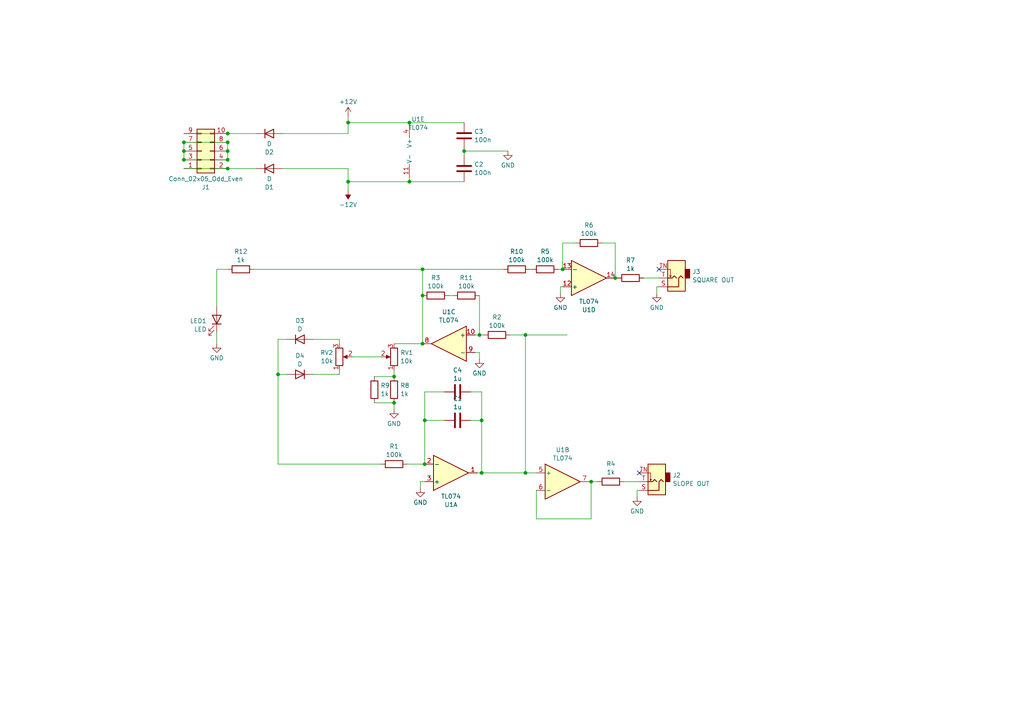
<source format=kicad_sch>
(kicad_sch (version 20230121) (generator eeschema)

  (uuid 5577541f-4372-4493-8e70-1b60cb6cb93e)

  (paper "A4")

  (lib_symbols
    (symbol "Amplifier_Operational:TL074" (pin_names (offset 0.127)) (in_bom yes) (on_board yes)
      (property "Reference" "U" (at 0 5.08 0)
        (effects (font (size 1.27 1.27)) (justify left))
      )
      (property "Value" "TL074" (at 0 -5.08 0)
        (effects (font (size 1.27 1.27)) (justify left))
      )
      (property "Footprint" "" (at -1.27 2.54 0)
        (effects (font (size 1.27 1.27)) hide)
      )
      (property "Datasheet" "http://www.ti.com/lit/ds/symlink/tl071.pdf" (at 1.27 5.08 0)
        (effects (font (size 1.27 1.27)) hide)
      )
      (property "ki_locked" "" (at 0 0 0)
        (effects (font (size 1.27 1.27)))
      )
      (property "ki_keywords" "quad opamp" (at 0 0 0)
        (effects (font (size 1.27 1.27)) hide)
      )
      (property "ki_description" "Quad Low-Noise JFET-Input Operational Amplifiers, DIP-14/SOIC-14" (at 0 0 0)
        (effects (font (size 1.27 1.27)) hide)
      )
      (property "ki_fp_filters" "SOIC*3.9x8.7mm*P1.27mm* DIP*W7.62mm* TSSOP*4.4x5mm*P0.65mm* SSOP*5.3x6.2mm*P0.65mm* MSOP*3x3mm*P0.5mm*" (at 0 0 0)
        (effects (font (size 1.27 1.27)) hide)
      )
      (symbol "TL074_1_1"
        (polyline
          (pts
            (xy -5.08 5.08)
            (xy 5.08 0)
            (xy -5.08 -5.08)
            (xy -5.08 5.08)
          )
          (stroke (width 0.254) (type default))
          (fill (type background))
        )
        (pin output line (at 7.62 0 180) (length 2.54)
          (name "~" (effects (font (size 1.27 1.27))))
          (number "1" (effects (font (size 1.27 1.27))))
        )
        (pin input line (at -7.62 -2.54 0) (length 2.54)
          (name "-" (effects (font (size 1.27 1.27))))
          (number "2" (effects (font (size 1.27 1.27))))
        )
        (pin input line (at -7.62 2.54 0) (length 2.54)
          (name "+" (effects (font (size 1.27 1.27))))
          (number "3" (effects (font (size 1.27 1.27))))
        )
      )
      (symbol "TL074_2_1"
        (polyline
          (pts
            (xy -5.08 5.08)
            (xy 5.08 0)
            (xy -5.08 -5.08)
            (xy -5.08 5.08)
          )
          (stroke (width 0.254) (type default))
          (fill (type background))
        )
        (pin input line (at -7.62 2.54 0) (length 2.54)
          (name "+" (effects (font (size 1.27 1.27))))
          (number "5" (effects (font (size 1.27 1.27))))
        )
        (pin input line (at -7.62 -2.54 0) (length 2.54)
          (name "-" (effects (font (size 1.27 1.27))))
          (number "6" (effects (font (size 1.27 1.27))))
        )
        (pin output line (at 7.62 0 180) (length 2.54)
          (name "~" (effects (font (size 1.27 1.27))))
          (number "7" (effects (font (size 1.27 1.27))))
        )
      )
      (symbol "TL074_3_1"
        (polyline
          (pts
            (xy -5.08 5.08)
            (xy 5.08 0)
            (xy -5.08 -5.08)
            (xy -5.08 5.08)
          )
          (stroke (width 0.254) (type default))
          (fill (type background))
        )
        (pin input line (at -7.62 2.54 0) (length 2.54)
          (name "+" (effects (font (size 1.27 1.27))))
          (number "10" (effects (font (size 1.27 1.27))))
        )
        (pin output line (at 7.62 0 180) (length 2.54)
          (name "~" (effects (font (size 1.27 1.27))))
          (number "8" (effects (font (size 1.27 1.27))))
        )
        (pin input line (at -7.62 -2.54 0) (length 2.54)
          (name "-" (effects (font (size 1.27 1.27))))
          (number "9" (effects (font (size 1.27 1.27))))
        )
      )
      (symbol "TL074_4_1"
        (polyline
          (pts
            (xy -5.08 5.08)
            (xy 5.08 0)
            (xy -5.08 -5.08)
            (xy -5.08 5.08)
          )
          (stroke (width 0.254) (type default))
          (fill (type background))
        )
        (pin input line (at -7.62 2.54 0) (length 2.54)
          (name "+" (effects (font (size 1.27 1.27))))
          (number "12" (effects (font (size 1.27 1.27))))
        )
        (pin input line (at -7.62 -2.54 0) (length 2.54)
          (name "-" (effects (font (size 1.27 1.27))))
          (number "13" (effects (font (size 1.27 1.27))))
        )
        (pin output line (at 7.62 0 180) (length 2.54)
          (name "~" (effects (font (size 1.27 1.27))))
          (number "14" (effects (font (size 1.27 1.27))))
        )
      )
      (symbol "TL074_5_1"
        (pin power_in line (at -2.54 -7.62 90) (length 3.81)
          (name "V-" (effects (font (size 1.27 1.27))))
          (number "11" (effects (font (size 1.27 1.27))))
        )
        (pin power_in line (at -2.54 7.62 270) (length 3.81)
          (name "V+" (effects (font (size 1.27 1.27))))
          (number "4" (effects (font (size 1.27 1.27))))
        )
      )
    )
    (symbol "Connector_Audio:AudioJack2_SwitchT" (in_bom yes) (on_board yes)
      (property "Reference" "J" (at 0 8.89 0)
        (effects (font (size 1.27 1.27)))
      )
      (property "Value" "AudioJack2_SwitchT" (at 0 6.35 0)
        (effects (font (size 1.27 1.27)))
      )
      (property "Footprint" "" (at 0 0 0)
        (effects (font (size 1.27 1.27)) hide)
      )
      (property "Datasheet" "~" (at 0 0 0)
        (effects (font (size 1.27 1.27)) hide)
      )
      (property "ki_keywords" "audio jack receptacle mono headphones phone TS connector" (at 0 0 0)
        (effects (font (size 1.27 1.27)) hide)
      )
      (property "ki_description" "Audio Jack, 2 Poles (Mono / TS), Switched T Pole (Normalling)" (at 0 0 0)
        (effects (font (size 1.27 1.27)) hide)
      )
      (property "ki_fp_filters" "Jack*" (at 0 0 0)
        (effects (font (size 1.27 1.27)) hide)
      )
      (symbol "AudioJack2_SwitchT_0_1"
        (rectangle (start -2.54 0) (end -3.81 -2.54)
          (stroke (width 0.254) (type default))
          (fill (type outline))
        )
        (polyline
          (pts
            (xy 1.778 -0.254)
            (xy 2.032 -0.762)
          )
          (stroke (width 0) (type default))
          (fill (type none))
        )
        (polyline
          (pts
            (xy 0 0)
            (xy 0.635 -0.635)
            (xy 1.27 0)
            (xy 2.54 0)
          )
          (stroke (width 0.254) (type default))
          (fill (type none))
        )
        (polyline
          (pts
            (xy 2.54 -2.54)
            (xy 1.778 -2.54)
            (xy 1.778 -0.254)
            (xy 1.524 -0.762)
          )
          (stroke (width 0) (type default))
          (fill (type none))
        )
        (polyline
          (pts
            (xy 2.54 2.54)
            (xy -0.635 2.54)
            (xy -0.635 0)
            (xy -1.27 -0.635)
            (xy -1.905 0)
          )
          (stroke (width 0.254) (type default))
          (fill (type none))
        )
        (rectangle (start 2.54 3.81) (end -2.54 -5.08)
          (stroke (width 0.254) (type default))
          (fill (type background))
        )
      )
      (symbol "AudioJack2_SwitchT_1_1"
        (pin passive line (at 5.08 2.54 180) (length 2.54)
          (name "~" (effects (font (size 1.27 1.27))))
          (number "S" (effects (font (size 1.27 1.27))))
        )
        (pin passive line (at 5.08 0 180) (length 2.54)
          (name "~" (effects (font (size 1.27 1.27))))
          (number "T" (effects (font (size 1.27 1.27))))
        )
        (pin passive line (at 5.08 -2.54 180) (length 2.54)
          (name "~" (effects (font (size 1.27 1.27))))
          (number "TN" (effects (font (size 1.27 1.27))))
        )
      )
    )
    (symbol "Connector_Generic:Conn_02x05_Odd_Even" (pin_names (offset 1.016) hide) (in_bom yes) (on_board yes)
      (property "Reference" "J" (at 1.27 7.62 0)
        (effects (font (size 1.27 1.27)))
      )
      (property "Value" "Conn_02x05_Odd_Even" (at 1.27 -7.62 0)
        (effects (font (size 1.27 1.27)))
      )
      (property "Footprint" "" (at 0 0 0)
        (effects (font (size 1.27 1.27)) hide)
      )
      (property "Datasheet" "~" (at 0 0 0)
        (effects (font (size 1.27 1.27)) hide)
      )
      (property "ki_keywords" "connector" (at 0 0 0)
        (effects (font (size 1.27 1.27)) hide)
      )
      (property "ki_description" "Generic connector, double row, 02x05, odd/even pin numbering scheme (row 1 odd numbers, row 2 even numbers), script generated (kicad-library-utils/schlib/autogen/connector/)" (at 0 0 0)
        (effects (font (size 1.27 1.27)) hide)
      )
      (property "ki_fp_filters" "Connector*:*_2x??_*" (at 0 0 0)
        (effects (font (size 1.27 1.27)) hide)
      )
      (symbol "Conn_02x05_Odd_Even_1_1"
        (rectangle (start -1.27 -4.953) (end 0 -5.207)
          (stroke (width 0.1524) (type default))
          (fill (type none))
        )
        (rectangle (start -1.27 -2.413) (end 0 -2.667)
          (stroke (width 0.1524) (type default))
          (fill (type none))
        )
        (rectangle (start -1.27 0.127) (end 0 -0.127)
          (stroke (width 0.1524) (type default))
          (fill (type none))
        )
        (rectangle (start -1.27 2.667) (end 0 2.413)
          (stroke (width 0.1524) (type default))
          (fill (type none))
        )
        (rectangle (start -1.27 5.207) (end 0 4.953)
          (stroke (width 0.1524) (type default))
          (fill (type none))
        )
        (rectangle (start -1.27 6.35) (end 3.81 -6.35)
          (stroke (width 0.254) (type default))
          (fill (type background))
        )
        (rectangle (start 3.81 -4.953) (end 2.54 -5.207)
          (stroke (width 0.1524) (type default))
          (fill (type none))
        )
        (rectangle (start 3.81 -2.413) (end 2.54 -2.667)
          (stroke (width 0.1524) (type default))
          (fill (type none))
        )
        (rectangle (start 3.81 0.127) (end 2.54 -0.127)
          (stroke (width 0.1524) (type default))
          (fill (type none))
        )
        (rectangle (start 3.81 2.667) (end 2.54 2.413)
          (stroke (width 0.1524) (type default))
          (fill (type none))
        )
        (rectangle (start 3.81 5.207) (end 2.54 4.953)
          (stroke (width 0.1524) (type default))
          (fill (type none))
        )
        (pin passive line (at -5.08 5.08 0) (length 3.81)
          (name "Pin_1" (effects (font (size 1.27 1.27))))
          (number "1" (effects (font (size 1.27 1.27))))
        )
        (pin passive line (at 7.62 -5.08 180) (length 3.81)
          (name "Pin_10" (effects (font (size 1.27 1.27))))
          (number "10" (effects (font (size 1.27 1.27))))
        )
        (pin passive line (at 7.62 5.08 180) (length 3.81)
          (name "Pin_2" (effects (font (size 1.27 1.27))))
          (number "2" (effects (font (size 1.27 1.27))))
        )
        (pin passive line (at -5.08 2.54 0) (length 3.81)
          (name "Pin_3" (effects (font (size 1.27 1.27))))
          (number "3" (effects (font (size 1.27 1.27))))
        )
        (pin passive line (at 7.62 2.54 180) (length 3.81)
          (name "Pin_4" (effects (font (size 1.27 1.27))))
          (number "4" (effects (font (size 1.27 1.27))))
        )
        (pin passive line (at -5.08 0 0) (length 3.81)
          (name "Pin_5" (effects (font (size 1.27 1.27))))
          (number "5" (effects (font (size 1.27 1.27))))
        )
        (pin passive line (at 7.62 0 180) (length 3.81)
          (name "Pin_6" (effects (font (size 1.27 1.27))))
          (number "6" (effects (font (size 1.27 1.27))))
        )
        (pin passive line (at -5.08 -2.54 0) (length 3.81)
          (name "Pin_7" (effects (font (size 1.27 1.27))))
          (number "7" (effects (font (size 1.27 1.27))))
        )
        (pin passive line (at 7.62 -2.54 180) (length 3.81)
          (name "Pin_8" (effects (font (size 1.27 1.27))))
          (number "8" (effects (font (size 1.27 1.27))))
        )
        (pin passive line (at -5.08 -5.08 0) (length 3.81)
          (name "Pin_9" (effects (font (size 1.27 1.27))))
          (number "9" (effects (font (size 1.27 1.27))))
        )
      )
    )
    (symbol "Device:C" (pin_numbers hide) (pin_names (offset 0.254)) (in_bom yes) (on_board yes)
      (property "Reference" "C" (at 0.635 2.54 0)
        (effects (font (size 1.27 1.27)) (justify left))
      )
      (property "Value" "C" (at 0.635 -2.54 0)
        (effects (font (size 1.27 1.27)) (justify left))
      )
      (property "Footprint" "" (at 0.9652 -3.81 0)
        (effects (font (size 1.27 1.27)) hide)
      )
      (property "Datasheet" "~" (at 0 0 0)
        (effects (font (size 1.27 1.27)) hide)
      )
      (property "ki_keywords" "cap capacitor" (at 0 0 0)
        (effects (font (size 1.27 1.27)) hide)
      )
      (property "ki_description" "Unpolarized capacitor" (at 0 0 0)
        (effects (font (size 1.27 1.27)) hide)
      )
      (property "ki_fp_filters" "C_*" (at 0 0 0)
        (effects (font (size 1.27 1.27)) hide)
      )
      (symbol "C_0_1"
        (polyline
          (pts
            (xy -2.032 -0.762)
            (xy 2.032 -0.762)
          )
          (stroke (width 0.508) (type default))
          (fill (type none))
        )
        (polyline
          (pts
            (xy -2.032 0.762)
            (xy 2.032 0.762)
          )
          (stroke (width 0.508) (type default))
          (fill (type none))
        )
      )
      (symbol "C_1_1"
        (pin passive line (at 0 3.81 270) (length 2.794)
          (name "~" (effects (font (size 1.27 1.27))))
          (number "1" (effects (font (size 1.27 1.27))))
        )
        (pin passive line (at 0 -3.81 90) (length 2.794)
          (name "~" (effects (font (size 1.27 1.27))))
          (number "2" (effects (font (size 1.27 1.27))))
        )
      )
    )
    (symbol "Device:D" (pin_numbers hide) (pin_names (offset 1.016) hide) (in_bom yes) (on_board yes)
      (property "Reference" "D" (at 0 2.54 0)
        (effects (font (size 1.27 1.27)))
      )
      (property "Value" "D" (at 0 -2.54 0)
        (effects (font (size 1.27 1.27)))
      )
      (property "Footprint" "" (at 0 0 0)
        (effects (font (size 1.27 1.27)) hide)
      )
      (property "Datasheet" "~" (at 0 0 0)
        (effects (font (size 1.27 1.27)) hide)
      )
      (property "Sim.Device" "D" (at 0 0 0)
        (effects (font (size 1.27 1.27)) hide)
      )
      (property "Sim.Pins" "1=K 2=A" (at 0 0 0)
        (effects (font (size 1.27 1.27)) hide)
      )
      (property "ki_keywords" "diode" (at 0 0 0)
        (effects (font (size 1.27 1.27)) hide)
      )
      (property "ki_description" "Diode" (at 0 0 0)
        (effects (font (size 1.27 1.27)) hide)
      )
      (property "ki_fp_filters" "TO-???* *_Diode_* *SingleDiode* D_*" (at 0 0 0)
        (effects (font (size 1.27 1.27)) hide)
      )
      (symbol "D_0_1"
        (polyline
          (pts
            (xy -1.27 1.27)
            (xy -1.27 -1.27)
          )
          (stroke (width 0.254) (type default))
          (fill (type none))
        )
        (polyline
          (pts
            (xy 1.27 0)
            (xy -1.27 0)
          )
          (stroke (width 0) (type default))
          (fill (type none))
        )
        (polyline
          (pts
            (xy 1.27 1.27)
            (xy 1.27 -1.27)
            (xy -1.27 0)
            (xy 1.27 1.27)
          )
          (stroke (width 0.254) (type default))
          (fill (type none))
        )
      )
      (symbol "D_1_1"
        (pin passive line (at -3.81 0 0) (length 2.54)
          (name "K" (effects (font (size 1.27 1.27))))
          (number "1" (effects (font (size 1.27 1.27))))
        )
        (pin passive line (at 3.81 0 180) (length 2.54)
          (name "A" (effects (font (size 1.27 1.27))))
          (number "2" (effects (font (size 1.27 1.27))))
        )
      )
    )
    (symbol "Device:LED" (pin_numbers hide) (pin_names (offset 1.016) hide) (in_bom yes) (on_board yes)
      (property "Reference" "D" (at 0 2.54 0)
        (effects (font (size 1.27 1.27)))
      )
      (property "Value" "LED" (at 0 -2.54 0)
        (effects (font (size 1.27 1.27)))
      )
      (property "Footprint" "" (at 0 0 0)
        (effects (font (size 1.27 1.27)) hide)
      )
      (property "Datasheet" "~" (at 0 0 0)
        (effects (font (size 1.27 1.27)) hide)
      )
      (property "ki_keywords" "LED diode" (at 0 0 0)
        (effects (font (size 1.27 1.27)) hide)
      )
      (property "ki_description" "Light emitting diode" (at 0 0 0)
        (effects (font (size 1.27 1.27)) hide)
      )
      (property "ki_fp_filters" "LED* LED_SMD:* LED_THT:*" (at 0 0 0)
        (effects (font (size 1.27 1.27)) hide)
      )
      (symbol "LED_0_1"
        (polyline
          (pts
            (xy -1.27 -1.27)
            (xy -1.27 1.27)
          )
          (stroke (width 0.254) (type default))
          (fill (type none))
        )
        (polyline
          (pts
            (xy -1.27 0)
            (xy 1.27 0)
          )
          (stroke (width 0) (type default))
          (fill (type none))
        )
        (polyline
          (pts
            (xy 1.27 -1.27)
            (xy 1.27 1.27)
            (xy -1.27 0)
            (xy 1.27 -1.27)
          )
          (stroke (width 0.254) (type default))
          (fill (type none))
        )
        (polyline
          (pts
            (xy -3.048 -0.762)
            (xy -4.572 -2.286)
            (xy -3.81 -2.286)
            (xy -4.572 -2.286)
            (xy -4.572 -1.524)
          )
          (stroke (width 0) (type default))
          (fill (type none))
        )
        (polyline
          (pts
            (xy -1.778 -0.762)
            (xy -3.302 -2.286)
            (xy -2.54 -2.286)
            (xy -3.302 -2.286)
            (xy -3.302 -1.524)
          )
          (stroke (width 0) (type default))
          (fill (type none))
        )
      )
      (symbol "LED_1_1"
        (pin passive line (at -3.81 0 0) (length 2.54)
          (name "K" (effects (font (size 1.27 1.27))))
          (number "1" (effects (font (size 1.27 1.27))))
        )
        (pin passive line (at 3.81 0 180) (length 2.54)
          (name "A" (effects (font (size 1.27 1.27))))
          (number "2" (effects (font (size 1.27 1.27))))
        )
      )
    )
    (symbol "Device:R" (pin_numbers hide) (pin_names (offset 0)) (in_bom yes) (on_board yes)
      (property "Reference" "R" (at 2.032 0 90)
        (effects (font (size 1.27 1.27)))
      )
      (property "Value" "R" (at 0 0 90)
        (effects (font (size 1.27 1.27)))
      )
      (property "Footprint" "" (at -1.778 0 90)
        (effects (font (size 1.27 1.27)) hide)
      )
      (property "Datasheet" "~" (at 0 0 0)
        (effects (font (size 1.27 1.27)) hide)
      )
      (property "ki_keywords" "R res resistor" (at 0 0 0)
        (effects (font (size 1.27 1.27)) hide)
      )
      (property "ki_description" "Resistor" (at 0 0 0)
        (effects (font (size 1.27 1.27)) hide)
      )
      (property "ki_fp_filters" "R_*" (at 0 0 0)
        (effects (font (size 1.27 1.27)) hide)
      )
      (symbol "R_0_1"
        (rectangle (start -1.016 -2.54) (end 1.016 2.54)
          (stroke (width 0.254) (type default))
          (fill (type none))
        )
      )
      (symbol "R_1_1"
        (pin passive line (at 0 3.81 270) (length 1.27)
          (name "~" (effects (font (size 1.27 1.27))))
          (number "1" (effects (font (size 1.27 1.27))))
        )
        (pin passive line (at 0 -3.81 90) (length 1.27)
          (name "~" (effects (font (size 1.27 1.27))))
          (number "2" (effects (font (size 1.27 1.27))))
        )
      )
    )
    (symbol "Device:R_Potentiometer" (pin_names (offset 1.016) hide) (in_bom yes) (on_board yes)
      (property "Reference" "RV" (at -4.445 0 90)
        (effects (font (size 1.27 1.27)))
      )
      (property "Value" "R_Potentiometer" (at -2.54 0 90)
        (effects (font (size 1.27 1.27)))
      )
      (property "Footprint" "" (at 0 0 0)
        (effects (font (size 1.27 1.27)) hide)
      )
      (property "Datasheet" "~" (at 0 0 0)
        (effects (font (size 1.27 1.27)) hide)
      )
      (property "ki_keywords" "resistor variable" (at 0 0 0)
        (effects (font (size 1.27 1.27)) hide)
      )
      (property "ki_description" "Potentiometer" (at 0 0 0)
        (effects (font (size 1.27 1.27)) hide)
      )
      (property "ki_fp_filters" "Potentiometer*" (at 0 0 0)
        (effects (font (size 1.27 1.27)) hide)
      )
      (symbol "R_Potentiometer_0_1"
        (polyline
          (pts
            (xy 2.54 0)
            (xy 1.524 0)
          )
          (stroke (width 0) (type default))
          (fill (type none))
        )
        (polyline
          (pts
            (xy 1.143 0)
            (xy 2.286 0.508)
            (xy 2.286 -0.508)
            (xy 1.143 0)
          )
          (stroke (width 0) (type default))
          (fill (type outline))
        )
        (rectangle (start 1.016 2.54) (end -1.016 -2.54)
          (stroke (width 0.254) (type default))
          (fill (type none))
        )
      )
      (symbol "R_Potentiometer_1_1"
        (pin passive line (at 0 3.81 270) (length 1.27)
          (name "1" (effects (font (size 1.27 1.27))))
          (number "1" (effects (font (size 1.27 1.27))))
        )
        (pin passive line (at 3.81 0 180) (length 1.27)
          (name "2" (effects (font (size 1.27 1.27))))
          (number "2" (effects (font (size 1.27 1.27))))
        )
        (pin passive line (at 0 -3.81 90) (length 1.27)
          (name "3" (effects (font (size 1.27 1.27))))
          (number "3" (effects (font (size 1.27 1.27))))
        )
      )
    )
    (symbol "power:+12V" (power) (pin_names (offset 0)) (in_bom yes) (on_board yes)
      (property "Reference" "#PWR" (at 0 -3.81 0)
        (effects (font (size 1.27 1.27)) hide)
      )
      (property "Value" "+12V" (at 0 3.556 0)
        (effects (font (size 1.27 1.27)))
      )
      (property "Footprint" "" (at 0 0 0)
        (effects (font (size 1.27 1.27)) hide)
      )
      (property "Datasheet" "" (at 0 0 0)
        (effects (font (size 1.27 1.27)) hide)
      )
      (property "ki_keywords" "global power" (at 0 0 0)
        (effects (font (size 1.27 1.27)) hide)
      )
      (property "ki_description" "Power symbol creates a global label with name \"+12V\"" (at 0 0 0)
        (effects (font (size 1.27 1.27)) hide)
      )
      (symbol "+12V_0_1"
        (polyline
          (pts
            (xy -0.762 1.27)
            (xy 0 2.54)
          )
          (stroke (width 0) (type default))
          (fill (type none))
        )
        (polyline
          (pts
            (xy 0 0)
            (xy 0 2.54)
          )
          (stroke (width 0) (type default))
          (fill (type none))
        )
        (polyline
          (pts
            (xy 0 2.54)
            (xy 0.762 1.27)
          )
          (stroke (width 0) (type default))
          (fill (type none))
        )
      )
      (symbol "+12V_1_1"
        (pin power_in line (at 0 0 90) (length 0) hide
          (name "+12V" (effects (font (size 1.27 1.27))))
          (number "1" (effects (font (size 1.27 1.27))))
        )
      )
    )
    (symbol "power:-12V" (power) (pin_names (offset 0)) (in_bom yes) (on_board yes)
      (property "Reference" "#PWR" (at 0 2.54 0)
        (effects (font (size 1.27 1.27)) hide)
      )
      (property "Value" "-12V" (at 0 3.81 0)
        (effects (font (size 1.27 1.27)))
      )
      (property "Footprint" "" (at 0 0 0)
        (effects (font (size 1.27 1.27)) hide)
      )
      (property "Datasheet" "" (at 0 0 0)
        (effects (font (size 1.27 1.27)) hide)
      )
      (property "ki_keywords" "global power" (at 0 0 0)
        (effects (font (size 1.27 1.27)) hide)
      )
      (property "ki_description" "Power symbol creates a global label with name \"-12V\"" (at 0 0 0)
        (effects (font (size 1.27 1.27)) hide)
      )
      (symbol "-12V_0_0"
        (pin power_in line (at 0 0 90) (length 0) hide
          (name "-12V" (effects (font (size 1.27 1.27))))
          (number "1" (effects (font (size 1.27 1.27))))
        )
      )
      (symbol "-12V_0_1"
        (polyline
          (pts
            (xy 0 0)
            (xy 0 1.27)
            (xy 0.762 1.27)
            (xy 0 2.54)
            (xy -0.762 1.27)
            (xy 0 1.27)
          )
          (stroke (width 0) (type default))
          (fill (type outline))
        )
      )
    )
    (symbol "power:GND" (power) (pin_names (offset 0)) (in_bom yes) (on_board yes)
      (property "Reference" "#PWR" (at 0 -6.35 0)
        (effects (font (size 1.27 1.27)) hide)
      )
      (property "Value" "GND" (at 0 -3.81 0)
        (effects (font (size 1.27 1.27)))
      )
      (property "Footprint" "" (at 0 0 0)
        (effects (font (size 1.27 1.27)) hide)
      )
      (property "Datasheet" "" (at 0 0 0)
        (effects (font (size 1.27 1.27)) hide)
      )
      (property "ki_keywords" "global power" (at 0 0 0)
        (effects (font (size 1.27 1.27)) hide)
      )
      (property "ki_description" "Power symbol creates a global label with name \"GND\" , ground" (at 0 0 0)
        (effects (font (size 1.27 1.27)) hide)
      )
      (symbol "GND_0_1"
        (polyline
          (pts
            (xy 0 0)
            (xy 0 -1.27)
            (xy 1.27 -1.27)
            (xy 0 -2.54)
            (xy -1.27 -1.27)
            (xy 0 -1.27)
          )
          (stroke (width 0) (type default))
          (fill (type none))
        )
      )
      (symbol "GND_1_1"
        (pin power_in line (at 0 0 270) (length 0) hide
          (name "GND" (effects (font (size 1.27 1.27))))
          (number "1" (effects (font (size 1.27 1.27))))
        )
      )
    )
  )

  (junction (at 123.19 134.62) (diameter 0) (color 0 0 0 0)
    (uuid 06fe38e7-ba3d-49a0-abae-389c7e3c2501)
  )
  (junction (at 171.45 139.7) (diameter 0) (color 0 0 0 0)
    (uuid 08ac08be-7af9-4218-b21f-5693eb5166f4)
  )
  (junction (at 152.4 137.16) (diameter 0) (color 0 0 0 0)
    (uuid 0f8aec1e-94a6-4db4-a908-85362021e833)
  )
  (junction (at 66.04 46.355) (diameter 0) (color 0 0 0 0)
    (uuid 229b8594-a3fd-4147-bad3-b39e15db38ef)
  )
  (junction (at 134.62 43.815) (diameter 0) (color 0 0 0 0)
    (uuid 25fb22af-e480-4235-8697-30ab84d8a5f8)
  )
  (junction (at 66.04 48.895) (diameter 0) (color 0 0 0 0)
    (uuid 4ec7ef72-b12d-4d2b-bd7d-3d5b53574bf1)
  )
  (junction (at 53.34 43.815) (diameter 0) (color 0 0 0 0)
    (uuid 5294b177-28ab-482d-8103-eb5c80181560)
  )
  (junction (at 114.3 116.84) (diameter 0) (color 0 0 0 0)
    (uuid 53238afb-89a6-4aa8-99b8-64c746d741cf)
  )
  (junction (at 163.195 78.105) (diameter 0) (color 0 0 0 0)
    (uuid 55f762e1-6723-4f3b-b937-b07ce8efcfdc)
  )
  (junction (at 100.965 35.56) (diameter 0) (color 0 0 0 0)
    (uuid 5f4faa3a-b02f-40c7-823e-478047e83801)
  )
  (junction (at 122.555 85.725) (diameter 0) (color 0 0 0 0)
    (uuid 6046b233-e9dc-4ce3-b22f-2855dda7a213)
  )
  (junction (at 139.7 137.16) (diameter 0) (color 0 0 0 0)
    (uuid 69b2c2d5-2217-4849-951e-55b8c4da36e2)
  )
  (junction (at 66.04 38.735) (diameter 0) (color 0 0 0 0)
    (uuid 6d90f678-c226-401a-abdd-4ebf6e53811f)
  )
  (junction (at 122.555 99.695) (diameter 0) (color 0 0 0 0)
    (uuid 706812a7-ac0a-4bab-bd53-2cd04a8f7f02)
  )
  (junction (at 118.745 35.56) (diameter 0) (color 0 0 0 0)
    (uuid 767dfa44-71f5-4ef1-b591-cb40992e5e75)
  )
  (junction (at 80.645 108.585) (diameter 0) (color 0 0 0 0)
    (uuid 7d439816-f74b-4824-9eba-7009c37e0829)
  )
  (junction (at 122.555 78.105) (diameter 0) (color 0 0 0 0)
    (uuid 7e6887a4-acd8-49cc-8b15-3c8fdf43a883)
  )
  (junction (at 152.4 97.155) (diameter 0) (color 0 0 0 0)
    (uuid 887d93bd-0168-4eb8-aae9-a69f38a835c5)
  )
  (junction (at 178.435 80.645) (diameter 0) (color 0 0 0 0)
    (uuid 900cebb4-b986-41bb-9682-ac5623b79038)
  )
  (junction (at 53.34 41.275) (diameter 0) (color 0 0 0 0)
    (uuid 96ecfeea-852f-422a-99ff-7b466da35636)
  )
  (junction (at 100.965 52.705) (diameter 0) (color 0 0 0 0)
    (uuid a41baf75-e349-4ed0-b8f0-b97138da948d)
  )
  (junction (at 66.04 41.275) (diameter 0) (color 0 0 0 0)
    (uuid aee13b0e-8562-4838-b37a-9cd978a9c401)
  )
  (junction (at 114.3 109.22) (diameter 0) (color 0 0 0 0)
    (uuid b0833e18-0732-48a3-9977-ed84901c373a)
  )
  (junction (at 53.34 46.355) (diameter 0) (color 0 0 0 0)
    (uuid c1ae46c1-0e3a-4402-b9e6-c67cefad2176)
  )
  (junction (at 139.7 121.92) (diameter 0) (color 0 0 0 0)
    (uuid c65123d3-0673-4de5-ba78-4f8dcae04a64)
  )
  (junction (at 123.19 121.92) (diameter 0) (color 0 0 0 0)
    (uuid d6db338f-2c35-4ab6-8aa7-31d7d0fe6acf)
  )
  (junction (at 118.745 52.705) (diameter 0) (color 0 0 0 0)
    (uuid e21664a1-35d0-423e-a4e3-caebcc850f48)
  )
  (junction (at 66.04 43.815) (diameter 0) (color 0 0 0 0)
    (uuid e9dc3e2a-e30c-4e3e-b8d9-187b0c758a27)
  )
  (junction (at 139.065 97.155) (diameter 0) (color 0 0 0 0)
    (uuid ee0b7c94-0217-4eb5-90ff-e0e1d65abee2)
  )

  (no_connect (at 191.135 78.105) (uuid 1096466c-aa05-4df4-a706-a9d9a31f05b2))
  (no_connect (at 185.42 137.16) (uuid 43d75b89-43aa-4a98-9db8-fe1d387a188d))

  (wire (pts (xy 134.62 43.815) (xy 147.32 43.815))
    (stroke (width 0) (type default))
    (uuid 001de78a-3807-4367-a1e8-8db33f466c70)
  )
  (wire (pts (xy 53.34 46.355) (xy 66.04 46.355))
    (stroke (width 0) (type default))
    (uuid 03a8826d-e112-44a6-94e6-16a84aeda55c)
  )
  (wire (pts (xy 118.745 52.705) (xy 134.62 52.705))
    (stroke (width 0) (type default))
    (uuid 08ec864a-ca23-4ea5-baa2-f3df5792be83)
  )
  (wire (pts (xy 118.11 134.62) (xy 123.19 134.62))
    (stroke (width 0) (type default))
    (uuid 0e81a0da-5da4-41d6-b6e2-b3cee1adf5b5)
  )
  (wire (pts (xy 100.965 33.655) (xy 100.965 35.56))
    (stroke (width 0) (type default))
    (uuid 1015ae2b-40f4-43c8-ba65-8187d1330911)
  )
  (wire (pts (xy 118.745 52.705) (xy 100.965 52.705))
    (stroke (width 0) (type default))
    (uuid 1218aad6-90e7-48e3-88d8-4757cd9522d7)
  )
  (wire (pts (xy 122.555 78.105) (xy 122.555 85.725))
    (stroke (width 0) (type default))
    (uuid 1fcce43a-0116-4151-9a5e-26737e60154a)
  )
  (wire (pts (xy 81.915 38.735) (xy 100.965 38.735))
    (stroke (width 0) (type default))
    (uuid 221ce0b7-5c7d-4735-a401-eed2b7c15305)
  )
  (wire (pts (xy 180.975 139.7) (xy 185.42 139.7))
    (stroke (width 0) (type default))
    (uuid 22edcc24-4229-4990-a3ef-20decceba348)
  )
  (wire (pts (xy 137.795 102.235) (xy 139.065 102.235))
    (stroke (width 0) (type default))
    (uuid 254b65ce-fa56-4508-b994-f529ad3d3377)
  )
  (wire (pts (xy 74.295 38.735) (xy 66.04 38.735))
    (stroke (width 0) (type default))
    (uuid 269a68e3-bc61-46ef-a81a-f5a246f4d143)
  )
  (wire (pts (xy 134.62 43.18) (xy 134.62 43.815))
    (stroke (width 0) (type default))
    (uuid 2b914ff3-9379-4ca9-a2ac-46f01f0f7389)
  )
  (wire (pts (xy 152.4 97.155) (xy 152.4 137.16))
    (stroke (width 0) (type default))
    (uuid 2e2c5bfd-14d8-4afb-a068-1ccd263bdc9d)
  )
  (wire (pts (xy 178.435 70.485) (xy 178.435 80.645))
    (stroke (width 0) (type default))
    (uuid 322ee953-1932-4e98-a7db-4a501add0df2)
  )
  (wire (pts (xy 190.5 83.185) (xy 190.5 85.09))
    (stroke (width 0) (type default))
    (uuid 343d97b4-6f67-44d7-8fdd-15baa3f634d4)
  )
  (wire (pts (xy 80.645 98.425) (xy 80.645 108.585))
    (stroke (width 0) (type default))
    (uuid 3528d138-d553-4b88-823d-5b702f806f57)
  )
  (wire (pts (xy 123.19 113.665) (xy 123.19 121.92))
    (stroke (width 0) (type default))
    (uuid 36f4730d-d472-4a5f-a5e4-9cec16880263)
  )
  (wire (pts (xy 108.585 109.22) (xy 114.3 109.22))
    (stroke (width 0) (type default))
    (uuid 38c0bfc9-c087-4681-b31a-dd54e681f264)
  )
  (wire (pts (xy 53.34 43.815) (xy 53.34 41.275))
    (stroke (width 0) (type default))
    (uuid 395125b8-699b-4455-af6a-88136fc49298)
  )
  (wire (pts (xy 81.915 48.895) (xy 100.965 48.895))
    (stroke (width 0) (type default))
    (uuid 3b9688ca-be33-43c6-858f-142703534ebb)
  )
  (wire (pts (xy 139.065 102.235) (xy 139.065 104.14))
    (stroke (width 0) (type default))
    (uuid 3bfaa74b-87c7-4183-9566-b20ef3ee2d49)
  )
  (wire (pts (xy 171.45 139.7) (xy 170.815 139.7))
    (stroke (width 0) (type default))
    (uuid 3c38d21e-0768-4ba8-a57d-714961066902)
  )
  (wire (pts (xy 90.805 98.425) (xy 98.425 98.425))
    (stroke (width 0) (type default))
    (uuid 42f59a7c-c80b-463b-a4b8-8f610cbd408b)
  )
  (wire (pts (xy 66.04 48.895) (xy 74.295 48.895))
    (stroke (width 0) (type default))
    (uuid 441df2ba-1973-4858-aa1d-71e9d3e80c31)
  )
  (wire (pts (xy 128.905 113.665) (xy 123.19 113.665))
    (stroke (width 0) (type default))
    (uuid 44c1aa4c-8dd1-4efe-a8bd-ee2d3ad81982)
  )
  (wire (pts (xy 90.805 108.585) (xy 98.425 108.585))
    (stroke (width 0) (type default))
    (uuid 46914dfc-6f02-4019-8001-5f18b1d35c48)
  )
  (wire (pts (xy 114.3 99.695) (xy 122.555 99.695))
    (stroke (width 0) (type default))
    (uuid 470c2b7d-d33d-464c-b5a7-68e647e5e93f)
  )
  (wire (pts (xy 167.005 70.485) (xy 163.195 70.485))
    (stroke (width 0) (type default))
    (uuid 483ed51a-6c5c-4185-99d8-dfc451cacf0f)
  )
  (wire (pts (xy 80.645 108.585) (xy 83.185 108.585))
    (stroke (width 0) (type default))
    (uuid 496c7632-c98a-446a-9abb-6f72e790f123)
  )
  (wire (pts (xy 155.575 150.495) (xy 171.45 150.495))
    (stroke (width 0) (type default))
    (uuid 49915ce3-003b-4004-9761-00030fadfa24)
  )
  (wire (pts (xy 53.34 48.895) (xy 66.04 48.895))
    (stroke (width 0) (type default))
    (uuid 4997957e-e510-4a47-92b4-cf3e121192ee)
  )
  (wire (pts (xy 139.065 85.725) (xy 139.065 97.155))
    (stroke (width 0) (type default))
    (uuid 4d05244c-5529-45b5-85a5-2fa63a5ff5d0)
  )
  (wire (pts (xy 80.645 134.62) (xy 110.49 134.62))
    (stroke (width 0) (type default))
    (uuid 4d1d325f-a8ad-4172-ac8e-b1b569cc478c)
  )
  (wire (pts (xy 147.955 97.155) (xy 152.4 97.155))
    (stroke (width 0) (type default))
    (uuid 4e6a8cfc-1daf-4c88-81f5-8de61e1a8525)
  )
  (wire (pts (xy 66.04 78.105) (xy 62.865 78.105))
    (stroke (width 0) (type default))
    (uuid 50da9e92-778f-4fa5-bc93-cab2fcd2be41)
  )
  (wire (pts (xy 100.965 48.895) (xy 100.965 52.705))
    (stroke (width 0) (type default))
    (uuid 548621a3-fc05-43b3-a5b1-8de7e0d38ac2)
  )
  (wire (pts (xy 184.785 142.24) (xy 184.785 144.145))
    (stroke (width 0) (type default))
    (uuid 55e05ba1-2034-48d4-a1a8-1656ef0a27e1)
  )
  (wire (pts (xy 136.525 113.665) (xy 139.7 113.665))
    (stroke (width 0) (type default))
    (uuid 5ba2a393-63d8-4f1f-87e5-f8c9d0dcfb66)
  )
  (wire (pts (xy 139.7 113.665) (xy 139.7 121.92))
    (stroke (width 0) (type default))
    (uuid 5e9c954c-573d-4b2c-aac7-0dc315861679)
  )
  (wire (pts (xy 100.965 38.735) (xy 100.965 35.56))
    (stroke (width 0) (type default))
    (uuid 5ef90315-ae54-4467-8147-07dee246622c)
  )
  (wire (pts (xy 73.66 78.105) (xy 122.555 78.105))
    (stroke (width 0) (type default))
    (uuid 6089fd32-dd22-4ffa-bdc5-1c4455179df6)
  )
  (wire (pts (xy 128.905 121.92) (xy 123.19 121.92))
    (stroke (width 0) (type default))
    (uuid 62c9cbbf-d5d7-4813-90ba-b4d953e6c3d7)
  )
  (wire (pts (xy 53.34 41.275) (xy 66.04 41.275))
    (stroke (width 0) (type default))
    (uuid 63c395df-5907-490f-8fc8-e311fca76d8b)
  )
  (wire (pts (xy 139.7 137.16) (xy 138.43 137.16))
    (stroke (width 0) (type default))
    (uuid 66226a64-4a99-4be1-b5cf-c6582d2ada74)
  )
  (wire (pts (xy 122.555 85.725) (xy 122.555 99.695))
    (stroke (width 0) (type default))
    (uuid 6a6368d0-25a2-4aa2-a9ac-f6cbf2687107)
  )
  (wire (pts (xy 53.34 46.355) (xy 53.34 43.815))
    (stroke (width 0) (type default))
    (uuid 6ba1cbbe-0c13-47ce-9f0b-57f475e12242)
  )
  (wire (pts (xy 153.67 78.105) (xy 154.305 78.105))
    (stroke (width 0) (type default))
    (uuid 6f120811-f848-4765-992d-6a7a972ae15b)
  )
  (wire (pts (xy 130.175 85.725) (xy 131.445 85.725))
    (stroke (width 0) (type default))
    (uuid 6f9901b5-67dd-4e9c-b48c-5f5531f40afb)
  )
  (wire (pts (xy 163.195 70.485) (xy 163.195 78.105))
    (stroke (width 0) (type default))
    (uuid 7274ac11-dfad-4d27-9642-348da652a183)
  )
  (wire (pts (xy 161.925 78.105) (xy 163.195 78.105))
    (stroke (width 0) (type default))
    (uuid 74518290-a479-4804-861d-fb0a935fbcfe)
  )
  (wire (pts (xy 98.425 108.585) (xy 98.425 107.315))
    (stroke (width 0) (type default))
    (uuid 776c592c-a2d9-4c98-b326-a5baf6648968)
  )
  (wire (pts (xy 139.7 121.92) (xy 139.7 137.16))
    (stroke (width 0) (type default))
    (uuid 79954e58-5f34-465a-b675-88db6a720038)
  )
  (wire (pts (xy 155.575 142.24) (xy 155.575 150.495))
    (stroke (width 0) (type default))
    (uuid 7c62b0c9-bb65-4e92-9823-dba1a77b472c)
  )
  (wire (pts (xy 123.19 139.7) (xy 121.92 139.7))
    (stroke (width 0) (type default))
    (uuid 7f573cd5-2bf9-4ff7-9e21-791883cd7712)
  )
  (wire (pts (xy 164.465 97.155) (xy 152.4 97.155))
    (stroke (width 0) (type default))
    (uuid 8383628a-133f-4755-9e7d-b20d07ff493e)
  )
  (wire (pts (xy 139.7 137.16) (xy 152.4 137.16))
    (stroke (width 0) (type default))
    (uuid 8454ed53-fa67-4451-b733-6292f99454e4)
  )
  (wire (pts (xy 62.865 78.105) (xy 62.865 88.9))
    (stroke (width 0) (type default))
    (uuid 8c8ea05a-f751-46e2-b7dc-877de7aefabc)
  )
  (wire (pts (xy 114.3 109.22) (xy 114.3 107.315))
    (stroke (width 0) (type default))
    (uuid 91ec735a-fb7b-4104-8c74-65c5eb47ce7f)
  )
  (wire (pts (xy 186.69 80.645) (xy 191.135 80.645))
    (stroke (width 0) (type default))
    (uuid 92fcd44d-8920-494a-99b6-cb95a9068b92)
  )
  (wire (pts (xy 108.585 116.84) (xy 114.3 116.84))
    (stroke (width 0) (type default))
    (uuid 9c870a97-ac32-42ae-bdb5-f6021565c99d)
  )
  (wire (pts (xy 122.555 78.105) (xy 146.05 78.105))
    (stroke (width 0) (type default))
    (uuid 9cfc926b-6b4e-46d8-9d56-e06781411cd9)
  )
  (wire (pts (xy 134.62 43.815) (xy 134.62 45.085))
    (stroke (width 0) (type default))
    (uuid a3598e7f-280e-4b2a-bde8-7315d72eff60)
  )
  (wire (pts (xy 178.435 80.645) (xy 179.07 80.645))
    (stroke (width 0) (type default))
    (uuid a4291b23-00e2-454e-8dac-5a8a45034ac3)
  )
  (wire (pts (xy 139.065 97.155) (xy 140.335 97.155))
    (stroke (width 0) (type default))
    (uuid a6ac7524-b6bf-4d62-97d5-5af61a0c77e8)
  )
  (wire (pts (xy 100.965 35.56) (xy 118.745 35.56))
    (stroke (width 0) (type default))
    (uuid a7552351-73f3-4e60-9dfa-6c6b7a9ea0ad)
  )
  (wire (pts (xy 118.745 51.435) (xy 118.745 52.705))
    (stroke (width 0) (type default))
    (uuid abf5a0e9-0afb-4041-aaec-7c8d52c6eafd)
  )
  (wire (pts (xy 185.42 142.24) (xy 184.785 142.24))
    (stroke (width 0) (type default))
    (uuid b3309e45-2d15-451b-b85c-4d4ca949aa4a)
  )
  (wire (pts (xy 152.4 137.16) (xy 155.575 137.16))
    (stroke (width 0) (type default))
    (uuid bb611c50-2b45-48dc-92ce-44ef106ab0e4)
  )
  (wire (pts (xy 134.62 35.56) (xy 118.745 35.56))
    (stroke (width 0) (type default))
    (uuid bd309b27-4e26-42b0-b0e0-2fb073ab6f42)
  )
  (wire (pts (xy 121.92 139.7) (xy 121.92 141.605))
    (stroke (width 0) (type default))
    (uuid c69d9476-58d8-4b29-81af-4f1f0dd8e605)
  )
  (wire (pts (xy 171.45 150.495) (xy 171.45 139.7))
    (stroke (width 0) (type default))
    (uuid c9a611c6-29df-4e3e-a9de-1e1adcbc289f)
  )
  (wire (pts (xy 100.965 52.705) (xy 100.965 55.245))
    (stroke (width 0) (type default))
    (uuid cb713dc1-bdeb-46a6-8df6-1ba7805d24be)
  )
  (wire (pts (xy 66.04 46.355) (xy 66.04 43.815))
    (stroke (width 0) (type default))
    (uuid cbe1eefe-eec7-47a0-81eb-d8ea7f302a6b)
  )
  (wire (pts (xy 62.865 96.52) (xy 62.865 99.695))
    (stroke (width 0) (type default))
    (uuid cd97e087-a407-4b0c-84a2-cb0da390bc28)
  )
  (wire (pts (xy 123.19 121.92) (xy 123.19 134.62))
    (stroke (width 0) (type default))
    (uuid cf27e2cc-86fd-44b0-ba0a-43a9ef1aa164)
  )
  (wire (pts (xy 136.525 121.92) (xy 139.7 121.92))
    (stroke (width 0) (type default))
    (uuid cf2e59cb-f91d-4589-ac86-f2b77c192d2f)
  )
  (wire (pts (xy 118.745 35.56) (xy 118.745 36.195))
    (stroke (width 0) (type default))
    (uuid d431ddc8-553e-481e-a78d-dd80bf774d88)
  )
  (wire (pts (xy 114.3 118.745) (xy 114.3 116.84))
    (stroke (width 0) (type default))
    (uuid db95687f-f7b1-4eb2-8f4a-065158a31000)
  )
  (wire (pts (xy 83.185 98.425) (xy 80.645 98.425))
    (stroke (width 0) (type default))
    (uuid e0eff806-7198-404c-9ccc-a94b6d1a5b86)
  )
  (wire (pts (xy 66.04 43.815) (xy 66.04 41.275))
    (stroke (width 0) (type default))
    (uuid e3104ac6-badf-4227-90ee-6cd266105f2a)
  )
  (wire (pts (xy 53.34 38.735) (xy 66.04 38.735))
    (stroke (width 0) (type default))
    (uuid e40719d2-d0d7-425d-bf79-0cc276a0c126)
  )
  (wire (pts (xy 171.45 139.7) (xy 173.355 139.7))
    (stroke (width 0) (type default))
    (uuid e90414e8-2a83-4f9a-8d54-6a9f85c706c5)
  )
  (wire (pts (xy 98.425 98.425) (xy 98.425 99.695))
    (stroke (width 0) (type default))
    (uuid ec227a19-638f-4fa7-9734-eb2c7cf94e66)
  )
  (wire (pts (xy 102.235 103.505) (xy 110.49 103.505))
    (stroke (width 0) (type default))
    (uuid f11f0c56-b026-4f5c-b420-eb072b0ebd31)
  )
  (wire (pts (xy 80.645 108.585) (xy 80.645 134.62))
    (stroke (width 0) (type default))
    (uuid f384a047-c3c7-4aba-8cb0-0be617bcde16)
  )
  (wire (pts (xy 137.795 97.155) (xy 139.065 97.155))
    (stroke (width 0) (type default))
    (uuid f67ebb5c-c650-4fa3-87a6-95dcc68365be)
  )
  (wire (pts (xy 191.135 83.185) (xy 190.5 83.185))
    (stroke (width 0) (type default))
    (uuid f6a060a4-feb5-4157-a718-86e77c839d42)
  )
  (wire (pts (xy 174.625 70.485) (xy 178.435 70.485))
    (stroke (width 0) (type default))
    (uuid fa983396-4d59-4f2c-b3db-d32d8c57500c)
  )
  (wire (pts (xy 162.56 83.185) (xy 162.56 85.09))
    (stroke (width 0) (type default))
    (uuid fcc15279-18b5-4c63-9073-b360f1fe45c4)
  )
  (wire (pts (xy 163.195 83.185) (xy 162.56 83.185))
    (stroke (width 0) (type default))
    (uuid fe79fcba-27e1-4c2a-8434-4cf24e756e84)
  )

  (symbol (lib_id "Device:R") (at 149.86 78.105 90) (unit 1)
    (in_bom yes) (on_board yes) (dnp no) (fields_autoplaced)
    (uuid 03b82bcd-41b6-43eb-9b13-0d359353b29c)
    (property "Reference" "R10" (at 149.86 72.9447 90)
      (effects (font (size 1.27 1.27)))
    )
    (property "Value" "100k" (at 149.86 75.3689 90)
      (effects (font (size 1.27 1.27)))
    )
    (property "Footprint" "Clacktronics:R_Axial_DIN0204_L3.6mm_D1.6mm_P7.62mm_Horizontal" (at 149.86 79.883 90)
      (effects (font (size 1.27 1.27)) hide)
    )
    (property "Datasheet" "~" (at 149.86 78.105 0)
      (effects (font (size 1.27 1.27)) hide)
    )
    (pin "1" (uuid 80f7f27d-76fa-428b-a2e7-cefdff80a09c))
    (pin "2" (uuid f64ecd82-851c-4329-8aa5-288a6cfa52fe))
    (instances
      (project "EuroClack - LFO1 - main PCB"
        (path "/5577541f-4372-4493-8e70-1b60cb6cb93e"
          (reference "R10") (unit 1)
        )
      )
    )
  )

  (symbol (lib_id "power:GND") (at 190.5 85.09 0) (unit 1)
    (in_bom yes) (on_board yes) (dnp no) (fields_autoplaced)
    (uuid 03d098ad-42bc-4848-a8e9-98cb894ab133)
    (property "Reference" "#PWR06" (at 190.5 91.44 0)
      (effects (font (size 1.27 1.27)) hide)
    )
    (property "Value" "GND" (at 190.5 89.2231 0)
      (effects (font (size 1.27 1.27)))
    )
    (property "Footprint" "" (at 190.5 85.09 0)
      (effects (font (size 1.27 1.27)) hide)
    )
    (property "Datasheet" "" (at 190.5 85.09 0)
      (effects (font (size 1.27 1.27)) hide)
    )
    (pin "1" (uuid 157a695b-feee-47cd-a838-59d1c0367192))
    (instances
      (project "EuroClack - LFO1 - main PCB"
        (path "/5577541f-4372-4493-8e70-1b60cb6cb93e"
          (reference "#PWR06") (unit 1)
        )
      )
    )
  )

  (symbol (lib_id "Device:R") (at 182.88 80.645 270) (unit 1)
    (in_bom yes) (on_board yes) (dnp no) (fields_autoplaced)
    (uuid 09e362e3-2160-4eaa-b8ed-61d3ed5c58cb)
    (property "Reference" "R7" (at 182.88 75.4847 90)
      (effects (font (size 1.27 1.27)))
    )
    (property "Value" "1k" (at 182.88 77.9089 90)
      (effects (font (size 1.27 1.27)))
    )
    (property "Footprint" "Clacktronics:R_Axial_DIN0204_L3.6mm_D1.6mm_P7.62mm_Horizontal" (at 182.88 78.867 90)
      (effects (font (size 1.27 1.27)) hide)
    )
    (property "Datasheet" "~" (at 182.88 80.645 0)
      (effects (font (size 1.27 1.27)) hide)
    )
    (pin "1" (uuid e51492b0-f485-47d9-bfe6-7a6378028249))
    (pin "2" (uuid 06c4d4ff-9c64-4bcd-9ad5-1ae7aeae97ef))
    (instances
      (project "EuroClack - LFO1 - main PCB"
        (path "/5577541f-4372-4493-8e70-1b60cb6cb93e"
          (reference "R7") (unit 1)
        )
      )
    )
  )

  (symbol (lib_id "Device:R_Potentiometer") (at 114.3 103.505 180) (unit 1)
    (in_bom yes) (on_board yes) (dnp no)
    (uuid 14491962-f921-4dd2-a76d-baace93b625c)
    (property "Reference" "RV1" (at 116.078 102.2929 0)
      (effects (font (size 1.27 1.27)) (justify right))
    )
    (property "Value" "10k" (at 116.078 104.7171 0)
      (effects (font (size 1.27 1.27)) (justify right))
    )
    (property "Footprint" "Clacktronics:POT_TH_Alps_RK09K_Single_Vertical" (at 114.3 103.505 0)
      (effects (font (size 1.27 1.27)) hide)
    )
    (property "Datasheet" "~" (at 114.3 103.505 0)
      (effects (font (size 1.27 1.27)) hide)
    )
    (pin "2" (uuid a71ae1c2-02a9-4156-a5ec-50f98b684266))
    (pin "1" (uuid 00ecf0cf-3b06-4684-802d-b7209c073fd3))
    (pin "3" (uuid e66c389c-0d88-43d5-986f-b66c5dc012f7))
    (instances
      (project "EuroClack - LFO1 - main PCB"
        (path "/5577541f-4372-4493-8e70-1b60cb6cb93e"
          (reference "RV1") (unit 1)
        )
      )
    )
  )

  (symbol (lib_id "Device:D") (at 86.995 98.425 0) (unit 1)
    (in_bom yes) (on_board yes) (dnp no) (fields_autoplaced)
    (uuid 16b6af07-502a-48a5-b049-aea1b02215aa)
    (property "Reference" "D3" (at 86.995 93.0107 0)
      (effects (font (size 1.27 1.27)))
    )
    (property "Value" "D" (at 86.995 95.4349 0)
      (effects (font (size 1.27 1.27)))
    )
    (property "Footprint" "Clacktronics:D_TH_DO-41_P10.16mm" (at 86.995 98.425 0)
      (effects (font (size 1.27 1.27)) hide)
    )
    (property "Datasheet" "~" (at 86.995 98.425 0)
      (effects (font (size 1.27 1.27)) hide)
    )
    (property "Sim.Device" "D" (at 86.995 98.425 0)
      (effects (font (size 1.27 1.27)) hide)
    )
    (property "Sim.Pins" "1=K 2=A" (at 86.995 98.425 0)
      (effects (font (size 1.27 1.27)) hide)
    )
    (pin "1" (uuid 40f4b6a4-802d-4b21-9f3e-c81725310534))
    (pin "2" (uuid d8e5c344-3437-4642-83d7-cbfe07de5273))
    (instances
      (project "EuroClack - LFO1 - main PCB"
        (path "/5577541f-4372-4493-8e70-1b60cb6cb93e"
          (reference "D3") (unit 1)
        )
      )
    )
  )

  (symbol (lib_id "power:GND") (at 139.065 104.14 0) (unit 1)
    (in_bom yes) (on_board yes) (dnp no) (fields_autoplaced)
    (uuid 199b3682-c7e9-4b37-bc92-57b1352d9e0e)
    (property "Reference" "#PWR02" (at 139.065 110.49 0)
      (effects (font (size 1.27 1.27)) hide)
    )
    (property "Value" "GND" (at 139.065 108.2731 0)
      (effects (font (size 1.27 1.27)))
    )
    (property "Footprint" "" (at 139.065 104.14 0)
      (effects (font (size 1.27 1.27)) hide)
    )
    (property "Datasheet" "" (at 139.065 104.14 0)
      (effects (font (size 1.27 1.27)) hide)
    )
    (pin "1" (uuid 5862f27f-bbd5-4029-b99b-c5e965cb31fd))
    (instances
      (project "EuroClack - LFO1 - main PCB"
        (path "/5577541f-4372-4493-8e70-1b60cb6cb93e"
          (reference "#PWR02") (unit 1)
        )
      )
    )
  )

  (symbol (lib_id "Device:R_Potentiometer") (at 98.425 103.505 0) (mirror x) (unit 1)
    (in_bom yes) (on_board yes) (dnp no)
    (uuid 1b7160ae-72f5-4aad-90e3-5069378d3820)
    (property "Reference" "RV2" (at 96.647 102.2929 0)
      (effects (font (size 1.27 1.27)) (justify right))
    )
    (property "Value" "10k" (at 96.647 104.7171 0)
      (effects (font (size 1.27 1.27)) (justify right))
    )
    (property "Footprint" "Clacktronics:POT_TH_Alps_RK09K_Single_Vertical" (at 98.425 103.505 0)
      (effects (font (size 1.27 1.27)) hide)
    )
    (property "Datasheet" "~" (at 98.425 103.505 0)
      (effects (font (size 1.27 1.27)) hide)
    )
    (pin "2" (uuid 9363e97a-10c6-4dfd-9722-aad74c21c08b))
    (pin "1" (uuid 56b8534c-2e81-4e86-8be7-7277c0f6b7fb))
    (pin "3" (uuid 7ec121f1-f9b8-4cae-a6c1-ed34fd7ea566))
    (instances
      (project "EuroClack - LFO1 - main PCB"
        (path "/5577541f-4372-4493-8e70-1b60cb6cb93e"
          (reference "RV2") (unit 1)
        )
      )
    )
  )

  (symbol (lib_id "Device:R") (at 114.3 134.62 90) (unit 1)
    (in_bom yes) (on_board yes) (dnp no) (fields_autoplaced)
    (uuid 1e529c2d-6822-4eb9-9c66-43e06bda8285)
    (property "Reference" "R1" (at 114.3 129.4597 90)
      (effects (font (size 1.27 1.27)))
    )
    (property "Value" "100k" (at 114.3 131.8839 90)
      (effects (font (size 1.27 1.27)))
    )
    (property "Footprint" "Clacktronics:R_Axial_DIN0204_L3.6mm_D1.6mm_P7.62mm_Horizontal" (at 114.3 136.398 90)
      (effects (font (size 1.27 1.27)) hide)
    )
    (property "Datasheet" "~" (at 114.3 134.62 0)
      (effects (font (size 1.27 1.27)) hide)
    )
    (pin "1" (uuid ba67e23d-44a5-4230-8190-1fee4d908030))
    (pin "2" (uuid c6e065cf-9a51-41c8-84bf-84b98b17c949))
    (instances
      (project "EuroClack - LFO1 - main PCB"
        (path "/5577541f-4372-4493-8e70-1b60cb6cb93e"
          (reference "R1") (unit 1)
        )
      )
    )
  )

  (symbol (lib_id "Device:C") (at 132.715 113.665 90) (unit 1)
    (in_bom yes) (on_board yes) (dnp no) (fields_autoplaced)
    (uuid 1e70f99c-f35d-49e8-b9ec-a2e8f56c21ac)
    (property "Reference" "C4" (at 132.715 107.3617 90)
      (effects (font (size 1.27 1.27)))
    )
    (property "Value" "1u" (at 132.715 109.7859 90)
      (effects (font (size 1.27 1.27)))
    )
    (property "Footprint" "Clacktronics:C_TH_Disc_P5.00mm" (at 136.525 112.6998 0)
      (effects (font (size 1.27 1.27)) hide)
    )
    (property "Datasheet" "~" (at 132.715 113.665 0)
      (effects (font (size 1.27 1.27)) hide)
    )
    (pin "1" (uuid df3d26c8-b1d1-48f8-80ce-b2fc19a9ff07))
    (pin "2" (uuid 43a3df47-6a76-4ebb-8e34-c9fec0f2e833))
    (instances
      (project "EuroClack - LFO1 - main PCB"
        (path "/5577541f-4372-4493-8e70-1b60cb6cb93e"
          (reference "C4") (unit 1)
        )
      )
    )
  )

  (symbol (lib_id "Device:R") (at 158.115 78.105 90) (unit 1)
    (in_bom yes) (on_board yes) (dnp no) (fields_autoplaced)
    (uuid 22a09bb5-8fc5-45ca-a0fa-1e1eaab5ebe4)
    (property "Reference" "R5" (at 158.115 72.9447 90)
      (effects (font (size 1.27 1.27)))
    )
    (property "Value" "100k" (at 158.115 75.3689 90)
      (effects (font (size 1.27 1.27)))
    )
    (property "Footprint" "Clacktronics:R_Axial_DIN0204_L3.6mm_D1.6mm_P7.62mm_Horizontal" (at 158.115 79.883 90)
      (effects (font (size 1.27 1.27)) hide)
    )
    (property "Datasheet" "~" (at 158.115 78.105 0)
      (effects (font (size 1.27 1.27)) hide)
    )
    (pin "1" (uuid 747e68e9-b4bc-4ca9-98bd-af0012d8c617))
    (pin "2" (uuid 66853dac-d661-477d-87f0-de474ffdd36f))
    (instances
      (project "EuroClack - LFO1 - main PCB"
        (path "/5577541f-4372-4493-8e70-1b60cb6cb93e"
          (reference "R5") (unit 1)
        )
      )
    )
  )

  (symbol (lib_id "power:GND") (at 62.865 99.695 0) (mirror y) (unit 1)
    (in_bom yes) (on_board yes) (dnp no) (fields_autoplaced)
    (uuid 26b33eca-96b7-40a8-b433-62501c6e3ecb)
    (property "Reference" "#PWR010" (at 62.865 106.045 0)
      (effects (font (size 1.27 1.27)) hide)
    )
    (property "Value" "GND" (at 62.865 103.8281 0)
      (effects (font (size 1.27 1.27)))
    )
    (property "Footprint" "" (at 62.865 99.695 0)
      (effects (font (size 1.27 1.27)) hide)
    )
    (property "Datasheet" "" (at 62.865 99.695 0)
      (effects (font (size 1.27 1.27)) hide)
    )
    (pin "1" (uuid 1e46bd5b-fb95-4646-8191-e1667923d66c))
    (instances
      (project "EuroClack - LFO1 - main PCB"
        (path "/5577541f-4372-4493-8e70-1b60cb6cb93e"
          (reference "#PWR010") (unit 1)
        )
      )
    )
  )

  (symbol (lib_id "power:GND") (at 121.92 141.605 0) (unit 1)
    (in_bom yes) (on_board yes) (dnp no) (fields_autoplaced)
    (uuid 2910d621-5d35-43db-8c52-e00e1f6f2e86)
    (property "Reference" "#PWR01" (at 121.92 147.955 0)
      (effects (font (size 1.27 1.27)) hide)
    )
    (property "Value" "GND" (at 121.92 145.7381 0)
      (effects (font (size 1.27 1.27)))
    )
    (property "Footprint" "" (at 121.92 141.605 0)
      (effects (font (size 1.27 1.27)) hide)
    )
    (property "Datasheet" "" (at 121.92 141.605 0)
      (effects (font (size 1.27 1.27)) hide)
    )
    (pin "1" (uuid 7631d0bf-09bf-4a9f-b2b5-caac46127dbb))
    (instances
      (project "EuroClack - LFO1 - main PCB"
        (path "/5577541f-4372-4493-8e70-1b60cb6cb93e"
          (reference "#PWR01") (unit 1)
        )
      )
    )
  )

  (symbol (lib_id "Device:C") (at 134.62 39.37 180) (unit 1)
    (in_bom yes) (on_board yes) (dnp no) (fields_autoplaced)
    (uuid 375844fd-63e3-40a7-b7f2-6d215ab8de5c)
    (property "Reference" "C3" (at 137.541 38.1579 0)
      (effects (font (size 1.27 1.27)) (justify right))
    )
    (property "Value" "100n" (at 137.541 40.5821 0)
      (effects (font (size 1.27 1.27)) (justify right))
    )
    (property "Footprint" "Clacktronics:C_TH_Disc_P5.00mm" (at 133.6548 35.56 0)
      (effects (font (size 1.27 1.27)) hide)
    )
    (property "Datasheet" "~" (at 134.62 39.37 0)
      (effects (font (size 1.27 1.27)) hide)
    )
    (pin "1" (uuid 81555128-7920-4c7b-a457-f94062f5b504))
    (pin "2" (uuid d57873be-a353-40f5-96cd-fc52424fbf01))
    (instances
      (project "EuroClack - LFO1 - main PCB"
        (path "/5577541f-4372-4493-8e70-1b60cb6cb93e"
          (reference "C3") (unit 1)
        )
      )
    )
  )

  (symbol (lib_id "Device:D") (at 86.995 108.585 0) (mirror y) (unit 1)
    (in_bom yes) (on_board yes) (dnp no)
    (uuid 38f286dd-019f-438e-b08b-532b20d035e1)
    (property "Reference" "D4" (at 86.995 103.1707 0)
      (effects (font (size 1.27 1.27)))
    )
    (property "Value" "D" (at 86.995 105.5949 0)
      (effects (font (size 1.27 1.27)))
    )
    (property "Footprint" "Clacktronics:D_TH_DO-41_P10.16mm" (at 86.995 108.585 0)
      (effects (font (size 1.27 1.27)) hide)
    )
    (property "Datasheet" "~" (at 86.995 108.585 0)
      (effects (font (size 1.27 1.27)) hide)
    )
    (property "Sim.Device" "D" (at 86.995 108.585 0)
      (effects (font (size 1.27 1.27)) hide)
    )
    (property "Sim.Pins" "1=K 2=A" (at 86.995 108.585 0)
      (effects (font (size 1.27 1.27)) hide)
    )
    (pin "1" (uuid 365306ca-6ea2-4bbf-9531-99f132a63ef7))
    (pin "2" (uuid 94c03624-bd7b-4986-be63-e21c54dd981f))
    (instances
      (project "EuroClack - LFO1 - main PCB"
        (path "/5577541f-4372-4493-8e70-1b60cb6cb93e"
          (reference "D4") (unit 1)
        )
      )
    )
  )

  (symbol (lib_id "Device:R") (at 69.85 78.105 90) (mirror x) (unit 1)
    (in_bom yes) (on_board yes) (dnp no) (fields_autoplaced)
    (uuid 3c38d174-a775-4a3f-a5e0-8ea9617dddda)
    (property "Reference" "R12" (at 69.85 72.9447 90)
      (effects (font (size 1.27 1.27)))
    )
    (property "Value" "1k" (at 69.85 75.3689 90)
      (effects (font (size 1.27 1.27)))
    )
    (property "Footprint" "Clacktronics:R_Axial_DIN0204_L3.6mm_D1.6mm_P7.62mm_Horizontal" (at 69.85 76.327 90)
      (effects (font (size 1.27 1.27)) hide)
    )
    (property "Datasheet" "~" (at 69.85 78.105 0)
      (effects (font (size 1.27 1.27)) hide)
    )
    (pin "1" (uuid 30a602ea-3003-4b51-a2fb-d0afcf1ffa41))
    (pin "2" (uuid 4141fc30-f1b3-4bbf-8e6d-ac7037d5a16f))
    (instances
      (project "EuroClack - LFO1 - main PCB"
        (path "/5577541f-4372-4493-8e70-1b60cb6cb93e"
          (reference "R12") (unit 1)
        )
      )
    )
  )

  (symbol (lib_id "power:+12V") (at 100.965 33.655 0) (unit 1)
    (in_bom yes) (on_board yes) (dnp no) (fields_autoplaced)
    (uuid 4c660bff-c9ff-4fa5-9de1-0df4dce3a314)
    (property "Reference" "#PWR08" (at 100.965 37.465 0)
      (effects (font (size 1.27 1.27)) hide)
    )
    (property "Value" "+12V" (at 100.965 29.5219 0)
      (effects (font (size 1.27 1.27)))
    )
    (property "Footprint" "" (at 100.965 33.655 0)
      (effects (font (size 1.27 1.27)) hide)
    )
    (property "Datasheet" "" (at 100.965 33.655 0)
      (effects (font (size 1.27 1.27)) hide)
    )
    (pin "1" (uuid 51ca754b-b0e9-4154-becf-d6197a83d812))
    (instances
      (project "EuroClack - LFO1 - main PCB"
        (path "/5577541f-4372-4493-8e70-1b60cb6cb93e"
          (reference "#PWR08") (unit 1)
        )
      )
    )
  )

  (symbol (lib_id "Device:R") (at 114.3 113.03 180) (unit 1)
    (in_bom yes) (on_board yes) (dnp no) (fields_autoplaced)
    (uuid 4fee778e-7a82-4373-bd48-43f468c0d8fb)
    (property "Reference" "R8" (at 116.078 111.8179 0)
      (effects (font (size 1.27 1.27)) (justify right))
    )
    (property "Value" "1k" (at 116.078 114.2421 0)
      (effects (font (size 1.27 1.27)) (justify right))
    )
    (property "Footprint" "Clacktronics:R_Axial_DIN0204_L3.6mm_D1.6mm_P7.62mm_Horizontal" (at 116.078 113.03 90)
      (effects (font (size 1.27 1.27)) hide)
    )
    (property "Datasheet" "~" (at 114.3 113.03 0)
      (effects (font (size 1.27 1.27)) hide)
    )
    (pin "1" (uuid 7bfa5319-c6b3-4103-8ed0-5447e7e42ebf))
    (pin "2" (uuid fed3987c-1420-4f1b-96c0-ac02bddd959b))
    (instances
      (project "EuroClack - LFO1 - main PCB"
        (path "/5577541f-4372-4493-8e70-1b60cb6cb93e"
          (reference "R8") (unit 1)
        )
      )
    )
  )

  (symbol (lib_id "Device:R") (at 135.255 85.725 270) (unit 1)
    (in_bom yes) (on_board yes) (dnp no) (fields_autoplaced)
    (uuid 7d065523-c3e4-4265-bf8e-79001963dc83)
    (property "Reference" "R11" (at 135.255 80.5647 90)
      (effects (font (size 1.27 1.27)))
    )
    (property "Value" "100k" (at 135.255 82.9889 90)
      (effects (font (size 1.27 1.27)))
    )
    (property "Footprint" "Clacktronics:R_Axial_DIN0204_L3.6mm_D1.6mm_P7.62mm_Horizontal" (at 135.255 83.947 90)
      (effects (font (size 1.27 1.27)) hide)
    )
    (property "Datasheet" "~" (at 135.255 85.725 0)
      (effects (font (size 1.27 1.27)) hide)
    )
    (pin "1" (uuid 9edbe5d3-82de-4551-b42b-9cf5dc98cc94))
    (pin "2" (uuid 604bb475-dd79-47f3-bced-5403b9b85aa9))
    (instances
      (project "EuroClack - LFO1 - main PCB"
        (path "/5577541f-4372-4493-8e70-1b60cb6cb93e"
          (reference "R11") (unit 1)
        )
      )
    )
  )

  (symbol (lib_id "Device:D") (at 78.105 48.895 0) (mirror x) (unit 1)
    (in_bom yes) (on_board yes) (dnp no) (fields_autoplaced)
    (uuid 7d14066f-0764-42fc-9f39-53ffb17e9a63)
    (property "Reference" "D1" (at 78.105 54.3093 0)
      (effects (font (size 1.27 1.27)))
    )
    (property "Value" "D" (at 78.105 51.8851 0)
      (effects (font (size 1.27 1.27)))
    )
    (property "Footprint" "Clacktronics:D_TH_DO-41_P10.16mm" (at 78.105 48.895 0)
      (effects (font (size 1.27 1.27)) hide)
    )
    (property "Datasheet" "~" (at 78.105 48.895 0)
      (effects (font (size 1.27 1.27)) hide)
    )
    (property "Sim.Device" "D" (at 78.105 48.895 0)
      (effects (font (size 1.27 1.27)) hide)
    )
    (property "Sim.Pins" "1=K 2=A" (at 78.105 48.895 0)
      (effects (font (size 1.27 1.27)) hide)
    )
    (pin "1" (uuid 490408e4-785c-4923-86ed-fcc0abb69585))
    (pin "2" (uuid 5bfe98e3-7988-4b32-be51-7326624bb8a9))
    (instances
      (project "EuroClack - LFO1 - main PCB"
        (path "/5577541f-4372-4493-8e70-1b60cb6cb93e"
          (reference "D1") (unit 1)
        )
      )
    )
  )

  (symbol (lib_id "Device:C") (at 132.715 121.92 90) (unit 1)
    (in_bom yes) (on_board yes) (dnp no) (fields_autoplaced)
    (uuid 82a8d866-6234-4b71-a22a-fd51b1123fcf)
    (property "Reference" "C1" (at 132.715 115.6167 90)
      (effects (font (size 1.27 1.27)))
    )
    (property "Value" "1u" (at 132.715 118.0409 90)
      (effects (font (size 1.27 1.27)))
    )
    (property "Footprint" "Clacktronics:C_TH_Disc_P5.00mm" (at 136.525 120.9548 0)
      (effects (font (size 1.27 1.27)) hide)
    )
    (property "Datasheet" "~" (at 132.715 121.92 0)
      (effects (font (size 1.27 1.27)) hide)
    )
    (pin "1" (uuid af4ca15e-f76d-4cc6-b926-f0b580481eb6))
    (pin "2" (uuid 2b6fce20-75c7-4994-a7c5-5becaeefdc57))
    (instances
      (project "EuroClack - LFO1 - main PCB"
        (path "/5577541f-4372-4493-8e70-1b60cb6cb93e"
          (reference "C1") (unit 1)
        )
      )
    )
  )

  (symbol (lib_id "Device:R") (at 144.145 97.155 270) (unit 1)
    (in_bom yes) (on_board yes) (dnp no) (fields_autoplaced)
    (uuid 8554df2a-8b0c-4f7b-93bb-dd1cb7ad6ea3)
    (property "Reference" "R2" (at 144.145 91.9947 90)
      (effects (font (size 1.27 1.27)))
    )
    (property "Value" "100k" (at 144.145 94.4189 90)
      (effects (font (size 1.27 1.27)))
    )
    (property "Footprint" "Clacktronics:R_Axial_DIN0204_L3.6mm_D1.6mm_P7.62mm_Horizontal" (at 144.145 95.377 90)
      (effects (font (size 1.27 1.27)) hide)
    )
    (property "Datasheet" "~" (at 144.145 97.155 0)
      (effects (font (size 1.27 1.27)) hide)
    )
    (pin "1" (uuid 1497a431-85dc-4558-a4b7-30663b6c8c36))
    (pin "2" (uuid 213de6fa-2fb0-43eb-ae57-7112bbbd9be1))
    (instances
      (project "EuroClack - LFO1 - main PCB"
        (path "/5577541f-4372-4493-8e70-1b60cb6cb93e"
          (reference "R2") (unit 1)
        )
      )
    )
  )

  (symbol (lib_id "Connector_Audio:AudioJack2_SwitchT") (at 190.5 139.7 180) (unit 1)
    (in_bom yes) (on_board yes) (dnp no) (fields_autoplaced)
    (uuid 8787ba03-bf9e-4abf-a597-36497ca0b8e1)
    (property "Reference" "J2" (at 195.072 137.8529 0)
      (effects (font (size 1.27 1.27)) (justify right))
    )
    (property "Value" "SLOPE OUT" (at 195.072 140.2771 0)
      (effects (font (size 1.27 1.27)) (justify right))
    )
    (property "Footprint" "AudioJacks:Jack_3.5mm_QingPu_WQP-PJ366ST_Vertical" (at 190.5 139.7 0)
      (effects (font (size 1.27 1.27)) hide)
    )
    (property "Datasheet" "~" (at 190.5 139.7 0)
      (effects (font (size 1.27 1.27)) hide)
    )
    (pin "S" (uuid 646a4a7e-2145-4442-8406-b61ba59281b0))
    (pin "T" (uuid 9bcbb110-056d-475f-ba35-a382e8760abb))
    (pin "TN" (uuid 25334ddd-06fb-4a25-aa9e-5b58f6838b78))
    (instances
      (project "EuroClack - LFO1 - main PCB"
        (path "/5577541f-4372-4493-8e70-1b60cb6cb93e"
          (reference "J2") (unit 1)
        )
      )
    )
  )

  (symbol (lib_id "Device:D") (at 78.105 38.735 0) (mirror x) (unit 1)
    (in_bom yes) (on_board yes) (dnp no) (fields_autoplaced)
    (uuid 92fdcfe7-3912-4d1e-8c75-e9a3f523d2b7)
    (property "Reference" "D2" (at 78.105 44.1493 0)
      (effects (font (size 1.27 1.27)))
    )
    (property "Value" "D" (at 78.105 41.7251 0)
      (effects (font (size 1.27 1.27)))
    )
    (property "Footprint" "Clacktronics:D_TH_DO-41_P10.16mm" (at 78.105 38.735 0)
      (effects (font (size 1.27 1.27)) hide)
    )
    (property "Datasheet" "~" (at 78.105 38.735 0)
      (effects (font (size 1.27 1.27)) hide)
    )
    (property "Sim.Device" "D" (at 78.105 38.735 0)
      (effects (font (size 1.27 1.27)) hide)
    )
    (property "Sim.Pins" "1=K 2=A" (at 78.105 38.735 0)
      (effects (font (size 1.27 1.27)) hide)
    )
    (pin "1" (uuid a34a9230-755b-477c-938f-51d11f32bb9c))
    (pin "2" (uuid 07c62dfc-a8c8-4948-802e-78f8dfcf1e54))
    (instances
      (project "EuroClack - LFO1 - main PCB"
        (path "/5577541f-4372-4493-8e70-1b60cb6cb93e"
          (reference "D2") (unit 1)
        )
      )
    )
  )

  (symbol (lib_id "Amplifier_Operational:TL074") (at 130.81 137.16 0) (mirror x) (unit 1)
    (in_bom yes) (on_board yes) (dnp no)
    (uuid 95bd8895-8eef-494e-af10-471540171651)
    (property "Reference" "U1" (at 130.81 146.3843 0)
      (effects (font (size 1.27 1.27)))
    )
    (property "Value" "TL074" (at 130.81 143.9601 0)
      (effects (font (size 1.27 1.27)))
    )
    (property "Footprint" "Clacktronics:DIP-14_W7.62mm_LongPads" (at 129.54 139.7 0)
      (effects (font (size 1.27 1.27)) hide)
    )
    (property "Datasheet" "http://www.ti.com/lit/ds/symlink/tl071.pdf" (at 132.08 142.24 0)
      (effects (font (size 1.27 1.27)) hide)
    )
    (pin "9" (uuid a1d1546e-8b4b-44ea-a8c8-f3cec88e26aa))
    (pin "4" (uuid 2b506197-e05a-40e4-95ab-d79bb15f546a))
    (pin "10" (uuid a868d1ab-ce79-4a64-880a-a505ddc3aeb7))
    (pin "5" (uuid 22573e9c-0af2-4249-81bd-f377e25eb81d))
    (pin "13" (uuid 5fe67455-0646-4e43-a38b-175767e97808))
    (pin "8" (uuid dd53eae9-5923-4ba9-b7a8-108357f1ea70))
    (pin "6" (uuid f2349b93-ebc8-4eb1-8e69-89c574ea8225))
    (pin "11" (uuid 1555def5-ed0d-42b5-9945-5733b32f771f))
    (pin "3" (uuid c31a7b26-e282-4976-8b3c-56f87b36762d))
    (pin "2" (uuid f1fb601c-b7bc-4647-b399-968e631c0f6b))
    (pin "7" (uuid 61919adb-83fc-48c1-8c8a-1e0814393833))
    (pin "12" (uuid c21afc8f-3a0e-4515-99ed-7d360aaf1081))
    (pin "1" (uuid 40da82e1-feca-46e6-b902-616db5fd81bb))
    (pin "14" (uuid b068ab0b-0d11-4350-a849-f159f1aaf0d0))
    (instances
      (project "EuroClack - LFO1 - main PCB"
        (path "/5577541f-4372-4493-8e70-1b60cb6cb93e"
          (reference "U1") (unit 1)
        )
      )
    )
  )

  (symbol (lib_id "Connector_Audio:AudioJack2_SwitchT") (at 196.215 80.645 180) (unit 1)
    (in_bom yes) (on_board yes) (dnp no) (fields_autoplaced)
    (uuid 983eb233-e350-4f3d-b0f9-eaf5b12f53fe)
    (property "Reference" "J3" (at 200.787 78.7979 0)
      (effects (font (size 1.27 1.27)) (justify right))
    )
    (property "Value" "SQUARE OUT" (at 200.787 81.2221 0)
      (effects (font (size 1.27 1.27)) (justify right))
    )
    (property "Footprint" "AudioJacks:Jack_3.5mm_QingPu_WQP-PJ366ST_Vertical" (at 196.215 80.645 0)
      (effects (font (size 1.27 1.27)) hide)
    )
    (property "Datasheet" "~" (at 196.215 80.645 0)
      (effects (font (size 1.27 1.27)) hide)
    )
    (pin "S" (uuid 2b2a5b87-a66a-4b8c-ad48-612977c3a031))
    (pin "T" (uuid d6d99be1-1312-4be4-a4a2-f313d6d39c92))
    (pin "TN" (uuid ca451ad5-bca8-4d36-b7d0-57dd1fcc7ae6))
    (instances
      (project "EuroClack - LFO1 - main PCB"
        (path "/5577541f-4372-4493-8e70-1b60cb6cb93e"
          (reference "J3") (unit 1)
        )
      )
    )
  )

  (symbol (lib_id "power:GND") (at 162.56 85.09 0) (unit 1)
    (in_bom yes) (on_board yes) (dnp no) (fields_autoplaced)
    (uuid 98e5c18c-b694-4a59-9147-05723b2fbeaf)
    (property "Reference" "#PWR05" (at 162.56 91.44 0)
      (effects (font (size 1.27 1.27)) hide)
    )
    (property "Value" "GND" (at 162.56 89.2231 0)
      (effects (font (size 1.27 1.27)))
    )
    (property "Footprint" "" (at 162.56 85.09 0)
      (effects (font (size 1.27 1.27)) hide)
    )
    (property "Datasheet" "" (at 162.56 85.09 0)
      (effects (font (size 1.27 1.27)) hide)
    )
    (pin "1" (uuid 89f3a437-1c5e-428a-ae37-696d8e7403dc))
    (instances
      (project "EuroClack - LFO1 - main PCB"
        (path "/5577541f-4372-4493-8e70-1b60cb6cb93e"
          (reference "#PWR05") (unit 1)
        )
      )
    )
  )

  (symbol (lib_id "Device:R") (at 126.365 85.725 270) (unit 1)
    (in_bom yes) (on_board yes) (dnp no) (fields_autoplaced)
    (uuid 99305860-9762-47d8-b3f1-b6f8877b8ecd)
    (property "Reference" "R3" (at 126.365 80.5647 90)
      (effects (font (size 1.27 1.27)))
    )
    (property "Value" "100k" (at 126.365 82.9889 90)
      (effects (font (size 1.27 1.27)))
    )
    (property "Footprint" "Clacktronics:R_Axial_DIN0204_L3.6mm_D1.6mm_P7.62mm_Horizontal" (at 126.365 83.947 90)
      (effects (font (size 1.27 1.27)) hide)
    )
    (property "Datasheet" "~" (at 126.365 85.725 0)
      (effects (font (size 1.27 1.27)) hide)
    )
    (pin "1" (uuid 136c6f1c-bb54-478b-af7d-84b872ca1012))
    (pin "2" (uuid ce98ccd4-4cb5-49fd-b357-a019d7ec2f2f))
    (instances
      (project "EuroClack - LFO1 - main PCB"
        (path "/5577541f-4372-4493-8e70-1b60cb6cb93e"
          (reference "R3") (unit 1)
        )
      )
    )
  )

  (symbol (lib_id "Device:R") (at 177.165 139.7 270) (unit 1)
    (in_bom yes) (on_board yes) (dnp no) (fields_autoplaced)
    (uuid 9dc4b9d4-29f4-4882-bebb-706e86d18490)
    (property "Reference" "R4" (at 177.165 134.5397 90)
      (effects (font (size 1.27 1.27)))
    )
    (property "Value" "1k" (at 177.165 136.9639 90)
      (effects (font (size 1.27 1.27)))
    )
    (property "Footprint" "Clacktronics:R_Axial_DIN0204_L3.6mm_D1.6mm_P7.62mm_Horizontal" (at 177.165 137.922 90)
      (effects (font (size 1.27 1.27)) hide)
    )
    (property "Datasheet" "~" (at 177.165 139.7 0)
      (effects (font (size 1.27 1.27)) hide)
    )
    (pin "1" (uuid 5bc5bfa0-bbe1-4376-bcf1-9119053c3435))
    (pin "2" (uuid 4a8c95c6-8f29-42b6-b8ff-ebc2fb6ef7b5))
    (instances
      (project "EuroClack - LFO1 - main PCB"
        (path "/5577541f-4372-4493-8e70-1b60cb6cb93e"
          (reference "R4") (unit 1)
        )
      )
    )
  )

  (symbol (lib_id "Amplifier_Operational:TL074") (at 163.195 139.7 0) (unit 2)
    (in_bom yes) (on_board yes) (dnp no) (fields_autoplaced)
    (uuid a165a703-e134-4cdf-adf2-584f60e3e39f)
    (property "Reference" "U1" (at 163.195 130.4757 0)
      (effects (font (size 1.27 1.27)))
    )
    (property "Value" "TL074" (at 163.195 132.8999 0)
      (effects (font (size 1.27 1.27)))
    )
    (property "Footprint" "Clacktronics:DIP-14_W7.62mm_LongPads" (at 161.925 137.16 0)
      (effects (font (size 1.27 1.27)) hide)
    )
    (property "Datasheet" "http://www.ti.com/lit/ds/symlink/tl071.pdf" (at 164.465 134.62 0)
      (effects (font (size 1.27 1.27)) hide)
    )
    (pin "9" (uuid a1d1546e-8b4b-44ea-a8c8-f3cec88e26ab))
    (pin "4" (uuid 2b506197-e05a-40e4-95ab-d79bb15f546b))
    (pin "10" (uuid a868d1ab-ce79-4a64-880a-a505ddc3aeb8))
    (pin "5" (uuid 22573e9c-0af2-4249-81bd-f377e25eb81e))
    (pin "13" (uuid 5fe67455-0646-4e43-a38b-175767e97809))
    (pin "8" (uuid dd53eae9-5923-4ba9-b7a8-108357f1ea71))
    (pin "6" (uuid f2349b93-ebc8-4eb1-8e69-89c574ea8226))
    (pin "11" (uuid 1555def5-ed0d-42b5-9945-5733b32f7720))
    (pin "3" (uuid dc59a69e-b299-48d8-9e9a-a25e838a7c4f))
    (pin "2" (uuid b9e9eaa2-0b36-475b-bd1d-ce7d2e04782d))
    (pin "7" (uuid 61919adb-83fc-48c1-8c8a-1e0814393834))
    (pin "12" (uuid c21afc8f-3a0e-4515-99ed-7d360aaf1082))
    (pin "1" (uuid a99ea118-7911-4601-970f-837fa94eb94b))
    (pin "14" (uuid b068ab0b-0d11-4350-a849-f159f1aaf0d1))
    (instances
      (project "EuroClack - LFO1 - main PCB"
        (path "/5577541f-4372-4493-8e70-1b60cb6cb93e"
          (reference "U1") (unit 2)
        )
      )
    )
  )

  (symbol (lib_id "Device:LED") (at 62.865 92.71 270) (mirror x) (unit 1)
    (in_bom yes) (on_board yes) (dnp no) (fields_autoplaced)
    (uuid a1aa9824-4f5b-45e3-ae7c-dd7ce6182841)
    (property "Reference" "LED1" (at 59.944 93.0854 90)
      (effects (font (size 1.27 1.27)) (justify right))
    )
    (property "Value" "LED" (at 59.944 95.5096 90)
      (effects (font (size 1.27 1.27)) (justify right))
    )
    (property "Footprint" "Clacktronics:LED_D3.0mm" (at 62.865 92.71 0)
      (effects (font (size 1.27 1.27)) hide)
    )
    (property "Datasheet" "~" (at 62.865 92.71 0)
      (effects (font (size 1.27 1.27)) hide)
    )
    (pin "1" (uuid eb32fdb0-239a-4ae6-8ee7-d1a799bec0b1))
    (pin "2" (uuid 49c96ac2-8beb-4892-9a65-f72dbe415e6d))
    (instances
      (project "EuroClack - LFO1 - main PCB"
        (path "/5577541f-4372-4493-8e70-1b60cb6cb93e"
          (reference "LED1") (unit 1)
        )
      )
    )
  )

  (symbol (lib_id "Device:R") (at 170.815 70.485 90) (unit 1)
    (in_bom yes) (on_board yes) (dnp no) (fields_autoplaced)
    (uuid b65f819a-1657-4fb3-aff0-d9cce921b707)
    (property "Reference" "R6" (at 170.815 65.3247 90)
      (effects (font (size 1.27 1.27)))
    )
    (property "Value" "100k" (at 170.815 67.7489 90)
      (effects (font (size 1.27 1.27)))
    )
    (property "Footprint" "Clacktronics:R_Axial_DIN0204_L3.6mm_D1.6mm_P7.62mm_Horizontal" (at 170.815 72.263 90)
      (effects (font (size 1.27 1.27)) hide)
    )
    (property "Datasheet" "~" (at 170.815 70.485 0)
      (effects (font (size 1.27 1.27)) hide)
    )
    (pin "1" (uuid e5649294-b303-4a99-a913-dfbb315fd59e))
    (pin "2" (uuid 42f25b1d-cf3a-4e43-85ba-757d315ffa47))
    (instances
      (project "EuroClack - LFO1 - main PCB"
        (path "/5577541f-4372-4493-8e70-1b60cb6cb93e"
          (reference "R6") (unit 1)
        )
      )
    )
  )

  (symbol (lib_id "Amplifier_Operational:TL074") (at 121.285 43.815 0) (unit 5)
    (in_bom yes) (on_board yes) (dnp no) (fields_autoplaced)
    (uuid c8db85ec-2c16-452e-aa9a-6c2575ab68e4)
    (property "Reference" "U1" (at 121.285 34.5907 0)
      (effects (font (size 1.27 1.27)))
    )
    (property "Value" "TL074" (at 121.285 37.0149 0)
      (effects (font (size 1.27 1.27)))
    )
    (property "Footprint" "Clacktronics:DIP-14_W7.62mm_LongPads" (at 120.015 41.275 0)
      (effects (font (size 1.27 1.27)) hide)
    )
    (property "Datasheet" "http://www.ti.com/lit/ds/symlink/tl071.pdf" (at 122.555 38.735 0)
      (effects (font (size 1.27 1.27)) hide)
    )
    (pin "9" (uuid a1d1546e-8b4b-44ea-a8c8-f3cec88e26ac))
    (pin "4" (uuid 2b506197-e05a-40e4-95ab-d79bb15f546c))
    (pin "10" (uuid a868d1ab-ce79-4a64-880a-a505ddc3aeb9))
    (pin "5" (uuid 22573e9c-0af2-4249-81bd-f377e25eb81f))
    (pin "13" (uuid 5fe67455-0646-4e43-a38b-175767e9780a))
    (pin "8" (uuid dd53eae9-5923-4ba9-b7a8-108357f1ea72))
    (pin "6" (uuid f2349b93-ebc8-4eb1-8e69-89c574ea8227))
    (pin "11" (uuid 1555def5-ed0d-42b5-9945-5733b32f7721))
    (pin "3" (uuid 8db62cb9-0639-4f59-ba8b-c88b14713d81))
    (pin "2" (uuid dcc36603-cc65-425d-8bc6-a98054a6689b))
    (pin "7" (uuid 61919adb-83fc-48c1-8c8a-1e0814393835))
    (pin "12" (uuid c21afc8f-3a0e-4515-99ed-7d360aaf1083))
    (pin "1" (uuid 4988e43a-6dee-4c31-ad49-7fd65075c1b5))
    (pin "14" (uuid b068ab0b-0d11-4350-a849-f159f1aaf0d2))
    (instances
      (project "EuroClack - LFO1 - main PCB"
        (path "/5577541f-4372-4493-8e70-1b60cb6cb93e"
          (reference "U1") (unit 5)
        )
      )
    )
  )

  (symbol (lib_id "Amplifier_Operational:TL074") (at 170.815 80.645 0) (mirror x) (unit 4)
    (in_bom yes) (on_board yes) (dnp no)
    (uuid cf1d6c28-961c-418a-86ca-3d64e0a0faaf)
    (property "Reference" "U1" (at 170.815 89.8693 0)
      (effects (font (size 1.27 1.27)))
    )
    (property "Value" "TL074" (at 170.815 87.4451 0)
      (effects (font (size 1.27 1.27)))
    )
    (property "Footprint" "Clacktronics:DIP-14_W7.62mm_LongPads" (at 169.545 83.185 0)
      (effects (font (size 1.27 1.27)) hide)
    )
    (property "Datasheet" "http://www.ti.com/lit/ds/symlink/tl071.pdf" (at 172.085 85.725 0)
      (effects (font (size 1.27 1.27)) hide)
    )
    (pin "9" (uuid a1d1546e-8b4b-44ea-a8c8-f3cec88e26ad))
    (pin "4" (uuid 2b506197-e05a-40e4-95ab-d79bb15f546d))
    (pin "10" (uuid a868d1ab-ce79-4a64-880a-a505ddc3aeba))
    (pin "5" (uuid 3b26f9fc-3fe0-4b04-b043-1ede80c7c833))
    (pin "13" (uuid 5fe67455-0646-4e43-a38b-175767e9780b))
    (pin "8" (uuid dd53eae9-5923-4ba9-b7a8-108357f1ea73))
    (pin "6" (uuid 0a22aa22-60df-42bf-8257-98aca840fd32))
    (pin "11" (uuid 1555def5-ed0d-42b5-9945-5733b32f7722))
    (pin "3" (uuid dc59a69e-b299-48d8-9e9a-a25e838a7c50))
    (pin "2" (uuid b9e9eaa2-0b36-475b-bd1d-ce7d2e04782e))
    (pin "7" (uuid b3dd57ad-fac1-477d-a06a-9ed73c2f9dda))
    (pin "12" (uuid c21afc8f-3a0e-4515-99ed-7d360aaf1084))
    (pin "1" (uuid a99ea118-7911-4601-970f-837fa94eb94c))
    (pin "14" (uuid b068ab0b-0d11-4350-a849-f159f1aaf0d3))
    (instances
      (project "EuroClack - LFO1 - main PCB"
        (path "/5577541f-4372-4493-8e70-1b60cb6cb93e"
          (reference "U1") (unit 4)
        )
      )
    )
  )

  (symbol (lib_id "power:-12V") (at 100.965 55.245 180) (unit 1)
    (in_bom yes) (on_board yes) (dnp no) (fields_autoplaced)
    (uuid d878f974-4255-4902-b139-b22425edab12)
    (property "Reference" "#PWR09" (at 100.965 57.785 0)
      (effects (font (size 1.27 1.27)) hide)
    )
    (property "Value" "-12V" (at 100.965 59.3781 0)
      (effects (font (size 1.27 1.27)))
    )
    (property "Footprint" "" (at 100.965 55.245 0)
      (effects (font (size 1.27 1.27)) hide)
    )
    (property "Datasheet" "" (at 100.965 55.245 0)
      (effects (font (size 1.27 1.27)) hide)
    )
    (pin "1" (uuid 381314ac-9ff6-4c61-8060-0fa02b6062ea))
    (instances
      (project "EuroClack - LFO1 - main PCB"
        (path "/5577541f-4372-4493-8e70-1b60cb6cb93e"
          (reference "#PWR09") (unit 1)
        )
      )
    )
  )

  (symbol (lib_id "Device:C") (at 134.62 48.895 180) (unit 1)
    (in_bom yes) (on_board yes) (dnp no) (fields_autoplaced)
    (uuid de6a40c4-dfab-46c5-9dd6-11fda982906c)
    (property "Reference" "C2" (at 137.541 47.6829 0)
      (effects (font (size 1.27 1.27)) (justify right))
    )
    (property "Value" "100n" (at 137.541 50.1071 0)
      (effects (font (size 1.27 1.27)) (justify right))
    )
    (property "Footprint" "Clacktronics:C_TH_Disc_P5.00mm" (at 133.6548 45.085 0)
      (effects (font (size 1.27 1.27)) hide)
    )
    (property "Datasheet" "~" (at 134.62 48.895 0)
      (effects (font (size 1.27 1.27)) hide)
    )
    (pin "1" (uuid 282d445f-f187-4b90-9703-b48ea7b74bf0))
    (pin "2" (uuid 70768b80-6dd3-40e7-b590-f099edc6e7e9))
    (instances
      (project "EuroClack - LFO1 - main PCB"
        (path "/5577541f-4372-4493-8e70-1b60cb6cb93e"
          (reference "C2") (unit 1)
        )
      )
    )
  )

  (symbol (lib_id "power:GND") (at 147.32 43.815 0) (unit 1)
    (in_bom yes) (on_board yes) (dnp no) (fields_autoplaced)
    (uuid e433651a-0258-490e-aae0-4b0632865b77)
    (property "Reference" "#PWR07" (at 147.32 50.165 0)
      (effects (font (size 1.27 1.27)) hide)
    )
    (property "Value" "GND" (at 147.32 47.9481 0)
      (effects (font (size 1.27 1.27)))
    )
    (property "Footprint" "" (at 147.32 43.815 0)
      (effects (font (size 1.27 1.27)) hide)
    )
    (property "Datasheet" "" (at 147.32 43.815 0)
      (effects (font (size 1.27 1.27)) hide)
    )
    (pin "1" (uuid 06c491fd-46c5-414f-9c43-5e5c866190df))
    (instances
      (project "EuroClack - LFO1 - main PCB"
        (path "/5577541f-4372-4493-8e70-1b60cb6cb93e"
          (reference "#PWR07") (unit 1)
        )
      )
    )
  )

  (symbol (lib_id "Device:R") (at 108.585 113.03 180) (unit 1)
    (in_bom yes) (on_board yes) (dnp no) (fields_autoplaced)
    (uuid e4bb4e41-5a81-4937-b98a-708633441fd0)
    (property "Reference" "R9" (at 110.363 111.8179 0)
      (effects (font (size 1.27 1.27)) (justify right))
    )
    (property "Value" "1k" (at 110.363 114.2421 0)
      (effects (font (size 1.27 1.27)) (justify right))
    )
    (property "Footprint" "Clacktronics:R_Axial_DIN0204_L3.6mm_D1.6mm_P7.62mm_Horizontal" (at 110.363 113.03 90)
      (effects (font (size 1.27 1.27)) hide)
    )
    (property "Datasheet" "~" (at 108.585 113.03 0)
      (effects (font (size 1.27 1.27)) hide)
    )
    (pin "1" (uuid 16140ed4-8299-4a85-b65e-71f9bc9a4de4))
    (pin "2" (uuid 94f8cf32-f66f-4368-8fbb-bad0f96552ae))
    (instances
      (project "EuroClack - LFO1 - main PCB"
        (path "/5577541f-4372-4493-8e70-1b60cb6cb93e"
          (reference "R9") (unit 1)
        )
      )
    )
  )

  (symbol (lib_id "power:GND") (at 184.785 144.145 0) (unit 1)
    (in_bom yes) (on_board yes) (dnp no) (fields_autoplaced)
    (uuid f05c1763-4fdd-41b7-b3d1-73d15c4454df)
    (property "Reference" "#PWR04" (at 184.785 150.495 0)
      (effects (font (size 1.27 1.27)) hide)
    )
    (property "Value" "GND" (at 184.785 148.2781 0)
      (effects (font (size 1.27 1.27)))
    )
    (property "Footprint" "" (at 184.785 144.145 0)
      (effects (font (size 1.27 1.27)) hide)
    )
    (property "Datasheet" "" (at 184.785 144.145 0)
      (effects (font (size 1.27 1.27)) hide)
    )
    (pin "1" (uuid e58b1241-0a4f-42ac-9e5d-49357e26d864))
    (instances
      (project "EuroClack - LFO1 - main PCB"
        (path "/5577541f-4372-4493-8e70-1b60cb6cb93e"
          (reference "#PWR04") (unit 1)
        )
      )
    )
  )

  (symbol (lib_id "Amplifier_Operational:TL074") (at 130.175 99.695 0) (mirror y) (unit 3)
    (in_bom yes) (on_board yes) (dnp no)
    (uuid f79a4ae1-e699-47bf-b815-c6e64498e4d4)
    (property "Reference" "U1" (at 130.175 90.4707 0)
      (effects (font (size 1.27 1.27)))
    )
    (property "Value" "TL074" (at 130.175 92.8949 0)
      (effects (font (size 1.27 1.27)))
    )
    (property "Footprint" "Clacktronics:DIP-14_W7.62mm_LongPads" (at 131.445 97.155 0)
      (effects (font (size 1.27 1.27)) hide)
    )
    (property "Datasheet" "http://www.ti.com/lit/ds/symlink/tl071.pdf" (at 128.905 94.615 0)
      (effects (font (size 1.27 1.27)) hide)
    )
    (pin "9" (uuid a1d1546e-8b4b-44ea-a8c8-f3cec88e26ae))
    (pin "4" (uuid 2b506197-e05a-40e4-95ab-d79bb15f546e))
    (pin "10" (uuid a868d1ab-ce79-4a64-880a-a505ddc3aebb))
    (pin "5" (uuid 7e8a60d1-5e00-4a00-99c0-66ea267e5919))
    (pin "13" (uuid 5fe67455-0646-4e43-a38b-175767e9780c))
    (pin "8" (uuid dd53eae9-5923-4ba9-b7a8-108357f1ea74))
    (pin "6" (uuid 7898e146-3c4b-4fa4-9cf4-3f8082d750d5))
    (pin "11" (uuid 1555def5-ed0d-42b5-9945-5733b32f7723))
    (pin "3" (uuid dc59a69e-b299-48d8-9e9a-a25e838a7c51))
    (pin "2" (uuid b9e9eaa2-0b36-475b-bd1d-ce7d2e04782f))
    (pin "7" (uuid 4ff01d95-9793-44a0-9006-6ca686916cd9))
    (pin "12" (uuid c21afc8f-3a0e-4515-99ed-7d360aaf1085))
    (pin "1" (uuid a99ea118-7911-4601-970f-837fa94eb94d))
    (pin "14" (uuid b068ab0b-0d11-4350-a849-f159f1aaf0d4))
    (instances
      (project "EuroClack - LFO1 - main PCB"
        (path "/5577541f-4372-4493-8e70-1b60cb6cb93e"
          (reference "U1") (unit 3)
        )
      )
    )
  )

  (symbol (lib_id "Connector_Generic:Conn_02x05_Odd_Even") (at 58.42 43.815 0) (mirror x) (unit 1)
    (in_bom yes) (on_board yes) (dnp no) (fields_autoplaced)
    (uuid fb3e11c3-5bea-45b8-bdbc-30d367c4f668)
    (property "Reference" "J1" (at 59.69 54.3093 0)
      (effects (font (size 1.27 1.27)))
    )
    (property "Value" "Conn_02x05_Odd_Even" (at 59.69 51.8851 0)
      (effects (font (size 1.27 1.27)))
    )
    (property "Footprint" "Connector_IDC:IDC-Header_2x05_P2.54mm_Vertical" (at 58.42 43.815 0)
      (effects (font (size 1.27 1.27)) hide)
    )
    (property "Datasheet" "~" (at 58.42 43.815 0)
      (effects (font (size 1.27 1.27)) hide)
    )
    (pin "8" (uuid f2680be5-7c90-4914-ae75-2247a53ce166))
    (pin "9" (uuid e5c675b1-10bf-431a-8f85-286fc3c19090))
    (pin "6" (uuid e046a0c8-443f-4728-8cb0-eadb68beb721))
    (pin "4" (uuid c45df32e-8054-4224-af3b-b7ace403ec23))
    (pin "7" (uuid 7e6561b9-b59c-497a-bb2c-828cc35fa727))
    (pin "5" (uuid fd4c972c-fbd3-44d4-90d9-9aa9f00eff06))
    (pin "2" (uuid 85e35d2b-fb3c-4123-9902-b6fc335cd1dd))
    (pin "1" (uuid 125510f5-07c9-40db-a718-b6de2001884b))
    (pin "10" (uuid f0cbb5e8-9ad9-4f3f-8fb3-b96d958ec7f7))
    (pin "3" (uuid 19fed5fc-aca9-4d96-ad1d-ce4610951c1c))
    (instances
      (project "EuroClack - LFO1 - main PCB"
        (path "/5577541f-4372-4493-8e70-1b60cb6cb93e"
          (reference "J1") (unit 1)
        )
      )
    )
  )

  (symbol (lib_id "power:GND") (at 114.3 118.745 0) (unit 1)
    (in_bom yes) (on_board yes) (dnp no) (fields_autoplaced)
    (uuid fdd6ef58-5ea3-4086-8949-b5fbc41837a9)
    (property "Reference" "#PWR03" (at 114.3 125.095 0)
      (effects (font (size 1.27 1.27)) hide)
    )
    (property "Value" "GND" (at 114.3 122.8781 0)
      (effects (font (size 1.27 1.27)))
    )
    (property "Footprint" "" (at 114.3 118.745 0)
      (effects (font (size 1.27 1.27)) hide)
    )
    (property "Datasheet" "" (at 114.3 118.745 0)
      (effects (font (size 1.27 1.27)) hide)
    )
    (pin "1" (uuid 489e500d-f633-4509-955a-15a73bf2eac9))
    (instances
      (project "EuroClack - LFO1 - main PCB"
        (path "/5577541f-4372-4493-8e70-1b60cb6cb93e"
          (reference "#PWR03") (unit 1)
        )
      )
    )
  )

  (sheet_instances
    (path "/" (page "1"))
  )
)

</source>
